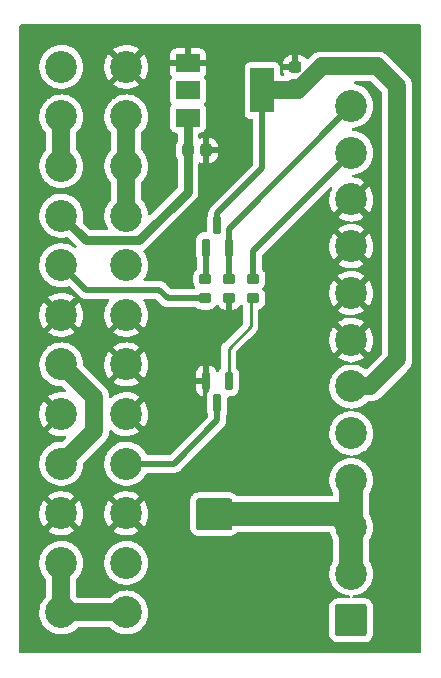
<source format=gbr>
%TF.GenerationSoftware,KiCad,Pcbnew,(6.0.7)*%
%TF.CreationDate,2023-01-08T15:22:18+11:00*%
%TF.ProjectId,Xbox_ATX,58626f78-5f41-4545-982e-6b696361645f,rev?*%
%TF.SameCoordinates,Original*%
%TF.FileFunction,Copper,L1,Top*%
%TF.FilePolarity,Positive*%
%FSLAX46Y46*%
G04 Gerber Fmt 4.6, Leading zero omitted, Abs format (unit mm)*
G04 Created by KiCad (PCBNEW (6.0.7)) date 2023-01-08 15:22:18*
%MOMM*%
%LPD*%
G01*
G04 APERTURE LIST*
G04 Aperture macros list*
%AMRoundRect*
0 Rectangle with rounded corners*
0 $1 Rounding radius*
0 $2 $3 $4 $5 $6 $7 $8 $9 X,Y pos of 4 corners*
0 Add a 4 corners polygon primitive as box body*
4,1,4,$2,$3,$4,$5,$6,$7,$8,$9,$2,$3,0*
0 Add four circle primitives for the rounded corners*
1,1,$1+$1,$2,$3*
1,1,$1+$1,$4,$5*
1,1,$1+$1,$6,$7*
1,1,$1+$1,$8,$9*
0 Add four rect primitives between the rounded corners*
20,1,$1+$1,$2,$3,$4,$5,0*
20,1,$1+$1,$4,$5,$6,$7,0*
20,1,$1+$1,$6,$7,$8,$9,0*
20,1,$1+$1,$8,$9,$2,$3,0*%
G04 Aperture macros list end*
%TA.AperFunction,ComponentPad*%
%ADD10C,2.700000*%
%TD*%
%TA.AperFunction,ComponentPad*%
%ADD11RoundRect,0.213608X1.136392X-1.136392X1.136392X1.136392X-1.136392X1.136392X-1.136392X-1.136392X0*%
%TD*%
%TA.AperFunction,SMDPad,CuDef*%
%ADD12RoundRect,0.250000X-0.250000X-0.275000X0.250000X-0.275000X0.250000X0.275000X-0.250000X0.275000X0*%
%TD*%
%TA.AperFunction,SMDPad,CuDef*%
%ADD13RoundRect,0.175000X-0.175000X0.625000X-0.175000X-0.625000X0.175000X-0.625000X0.175000X0.625000X0*%
%TD*%
%TA.AperFunction,SMDPad,CuDef*%
%ADD14RoundRect,0.225000X0.275000X-0.225000X0.275000X0.225000X-0.275000X0.225000X-0.275000X-0.225000X0*%
%TD*%
%TA.AperFunction,SMDPad,CuDef*%
%ADD15RoundRect,0.175000X0.175000X-0.625000X0.175000X0.625000X-0.175000X0.625000X-0.175000X-0.625000X0*%
%TD*%
%TA.AperFunction,SMDPad,CuDef*%
%ADD16RoundRect,0.250000X-0.275000X0.250000X-0.275000X-0.250000X0.275000X-0.250000X0.275000X0.250000X0*%
%TD*%
%TA.AperFunction,SMDPad,CuDef*%
%ADD17RoundRect,0.225000X-0.275000X0.225000X-0.275000X-0.225000X0.275000X-0.225000X0.275000X0.225000X0*%
%TD*%
%TA.AperFunction,SMDPad,CuDef*%
%ADD18R,2.000000X1.500000*%
%TD*%
%TA.AperFunction,SMDPad,CuDef*%
%ADD19R,2.000000X3.800000*%
%TD*%
%TA.AperFunction,ViaPad*%
%ADD20C,0.800000*%
%TD*%
%TA.AperFunction,Conductor*%
%ADD21C,0.250000*%
%TD*%
%TA.AperFunction,Conductor*%
%ADD22C,0.500000*%
%TD*%
%TA.AperFunction,Conductor*%
%ADD23C,1.500000*%
%TD*%
%TA.AperFunction,Conductor*%
%ADD24C,2.000000*%
%TD*%
%TA.AperFunction,Conductor*%
%ADD25C,0.750000*%
%TD*%
G04 APERTURE END LIST*
D10*
%TO.P,J2,12,Pin_12*%
%TO.N,/Power_ON*%
X173900000Y-80040000D03*
%TO.P,J2,11,Pin_11*%
%TO.N,/Power_OK*%
X173900000Y-84000000D03*
%TO.P,J2,10,Pin_10*%
%TO.N,GND*%
X173900000Y-87960000D03*
%TO.P,J2,9,Pin_9*%
X173900000Y-91920000D03*
%TO.P,J2,8,Pin_8*%
X173900000Y-95880000D03*
%TO.P,J2,7,Pin_7*%
X173900000Y-99840000D03*
%TO.P,J2,6,Pin_6*%
%TO.N,/3V3SB*%
X173900000Y-103800000D03*
%TO.P,J2,5,Pin_5*%
%TO.N,+3V3*%
X173900000Y-107760000D03*
%TO.P,J2,4,Pin_4*%
%TO.N,+5V*%
X173900000Y-111720000D03*
%TO.P,J2,3,Pin_3*%
X173900000Y-115680000D03*
%TO.P,J2,2,Pin_2*%
X173900000Y-119640000D03*
D11*
%TO.P,J2,1,Pin_1*%
%TO.N,+12V*%
X173900000Y-123600000D03*
%TD*%
D12*
%TO.P,C1,1*%
%TO.N,/5VSB*%
X160057800Y-83820000D03*
%TO.P,C1,2*%
%TO.N,GND*%
X161607800Y-83820000D03*
%TD*%
D10*
%TO.P,J1,1,+3.3V*%
%TO.N,+3V3*%
X149352000Y-122936000D03*
%TO.P,J1,2,+3.3V*%
X149352000Y-118736000D03*
%TO.P,J1,3,GND*%
%TO.N,GND*%
X149352000Y-114536000D03*
%TO.P,J1,4,+5V*%
%TO.N,+5V*%
X149352000Y-110336000D03*
%TO.P,J1,5,GND*%
%TO.N,GND*%
X149352000Y-106136000D03*
%TO.P,J1,6,+5V*%
%TO.N,+5V*%
X149352000Y-101936000D03*
%TO.P,J1,7,GND*%
%TO.N,GND*%
X149352000Y-97736000D03*
%TO.P,J1,8,PWR_OK*%
%TO.N,/PWR_OK*%
X149352000Y-93536000D03*
%TO.P,J1,9,+5VSB*%
%TO.N,/5VSB*%
X149352000Y-89336000D03*
%TO.P,J1,10,+12V*%
%TO.N,+12V*%
X149352000Y-85136000D03*
%TO.P,J1,11,+12V*%
X149352000Y-80936000D03*
%TO.P,J1,12,+3.3V*%
%TO.N,+3V3*%
X149352000Y-76736000D03*
%TO.P,J1,13,+3.3V*%
X154852000Y-122936000D03*
%TO.P,J1,14,-12V*%
%TO.N,unconnected-(J1-Pad14)*%
X154852000Y-118736000D03*
%TO.P,J1,15,GND*%
%TO.N,GND*%
X154852000Y-114536000D03*
%TO.P,J1,16,PS_ON#*%
%TO.N,/PS_ON*%
X154852000Y-110336000D03*
%TO.P,J1,17,GND*%
%TO.N,GND*%
X154852000Y-106136000D03*
%TO.P,J1,18,GND*%
X154852000Y-101936000D03*
%TO.P,J1,19,GND*%
X154852000Y-97736000D03*
%TO.P,J1,20,NC*%
%TO.N,unconnected-(J1-Pad20)*%
X154852000Y-93536000D03*
%TO.P,J1,21,+5V*%
%TO.N,+5V*%
X154852000Y-89336000D03*
%TO.P,J1,22,+5V*%
X154852000Y-85136000D03*
%TO.P,J1,23,+5V*%
X154852000Y-80936000D03*
%TO.P,J1,24,GND*%
%TO.N,GND*%
X154852000Y-76736000D03*
%TD*%
D13*
%TO.P,Q1,3,C*%
%TO.N,/PS_ON*%
X162560000Y-105204500D03*
%TO.P,Q1,2,E*%
%TO.N,GND*%
X161610000Y-103329500D03*
%TO.P,Q1,1,B*%
%TO.N,/PS_ON*%
X163510000Y-103329500D03*
%TD*%
D14*
%TO.P,R1,1*%
%TO.N,/PS_ON*%
X165608000Y-96329000D03*
%TO.P,R1,2*%
%TO.N,/Power_OK*%
X165608000Y-94679000D03*
%TD*%
D15*
%TO.P,Q2,3,C*%
%TO.N,/3V3SB*%
X162560000Y-90170000D03*
%TO.P,Q2,2,E*%
%TO.N,/Power_ON*%
X163510000Y-92045000D03*
%TO.P,Q2,1,B*%
%TO.N,/PWR_OK*%
X161610000Y-92045000D03*
%TD*%
D14*
%TO.P,R3,1*%
%TO.N,/PWR_OK*%
X161544000Y-96329000D03*
%TO.P,R3,2*%
X161544000Y-94679000D03*
%TD*%
D16*
%TO.P,C2,1*%
%TO.N,GND*%
X169164000Y-76725000D03*
%TO.P,C2,2*%
%TO.N,/3V3SB*%
X169164000Y-78275000D03*
%TD*%
D17*
%TO.P,R2,2*%
%TO.N,GND*%
X163576000Y-96329000D03*
%TO.P,R2,1*%
%TO.N,/Power_ON*%
X163576000Y-94679000D03*
%TD*%
D18*
%TO.P,U1,1,GND*%
%TO.N,GND*%
X160070000Y-76440000D03*
D19*
%TO.P,U1,2,VO*%
%TO.N,/3V3SB*%
X166370000Y-78740000D03*
D18*
X160070000Y-78740000D03*
%TO.P,U1,3,VI*%
%TO.N,/5VSB*%
X160070000Y-81040000D03*
%TD*%
D20*
%TO.N,+5V*%
X162255200Y-115468400D03*
X163271200Y-115468400D03*
X161290000Y-113741200D03*
X163271200Y-113741200D03*
X163271200Y-114604800D03*
X161239200Y-114604800D03*
X162255200Y-114604800D03*
X162255200Y-113741200D03*
X161239200Y-115468400D03*
%TD*%
D21*
%TO.N,/PS_ON*%
X165400000Y-96537000D02*
X165608000Y-96329000D01*
X165400000Y-98700000D02*
X165400000Y-96537000D01*
X163510000Y-100590000D02*
X165400000Y-98700000D01*
X163510000Y-103329500D02*
X163510000Y-100590000D01*
D22*
X162560000Y-106680000D02*
X162560000Y-105204500D01*
X154852000Y-110336000D02*
X158904000Y-110336000D01*
X158904000Y-110336000D02*
X162560000Y-106680000D01*
%TO.N,/Power_ON*%
X163510000Y-90430000D02*
X173900000Y-80040000D01*
X163510000Y-92045000D02*
X163510000Y-90430000D01*
D23*
%TO.N,/3V3SB*%
X175500000Y-103800000D02*
X173900000Y-103800000D01*
X177800000Y-78400000D02*
X177800000Y-101500000D01*
X176100000Y-76700000D02*
X177800000Y-78400000D01*
X171411056Y-76700000D02*
X176100000Y-76700000D01*
X169371056Y-78740000D02*
X171411056Y-76700000D01*
X177800000Y-101500000D02*
X175500000Y-103800000D01*
X166370000Y-78740000D02*
X169371056Y-78740000D01*
D22*
X166370000Y-78486000D02*
X166116000Y-78740000D01*
D24*
%TO.N,+5V*%
X172820000Y-114600000D02*
X162260000Y-114600000D01*
X162260000Y-114600000D02*
X162255200Y-114604800D01*
X173900000Y-115680000D02*
X172820000Y-114600000D01*
X173900000Y-111720000D02*
X173900000Y-119640000D01*
D22*
%TO.N,/Power_OK*%
X165608000Y-92292000D02*
X173900000Y-84000000D01*
X165608000Y-94679000D02*
X165608000Y-92292000D01*
%TO.N,/Power_ON*%
X163510000Y-94745000D02*
X163510000Y-92377500D01*
%TO.N,/PWR_OK*%
X151447000Y-95631000D02*
X157657800Y-95631000D01*
X149352000Y-93536000D02*
X151447000Y-95631000D01*
X157657800Y-95631000D02*
X158355800Y-96329000D01*
X158355800Y-96329000D02*
X161544000Y-96329000D01*
D21*
X161610000Y-94613000D02*
X161544000Y-94679000D01*
D22*
X161610000Y-92045000D02*
X161610000Y-94613000D01*
D25*
%TO.N,/5VSB*%
X151456000Y-91440000D02*
X149352000Y-89336000D01*
X155956000Y-91440000D02*
X160070000Y-87326000D01*
X160070000Y-84118000D02*
X160070000Y-81040000D01*
X155448000Y-91440000D02*
X151456000Y-91440000D01*
X155194000Y-91440000D02*
X155956000Y-91440000D01*
X160070000Y-87326000D02*
X160070000Y-83108000D01*
D23*
%TO.N,+5V*%
X152146000Y-104730000D02*
X149352000Y-101936000D01*
X152146000Y-107542000D02*
X152146000Y-104730000D01*
X149352000Y-110336000D02*
X152146000Y-107542000D01*
X154852000Y-80936000D02*
X154852000Y-89336000D01*
D22*
%TO.N,/3V3SB*%
X166370000Y-78486000D02*
X166370000Y-85344000D01*
X166370000Y-85344000D02*
X162560000Y-89154000D01*
X162560000Y-89154000D02*
X162560000Y-90170000D01*
D23*
%TO.N,+3V3*%
X149352000Y-122936000D02*
X149352000Y-118736000D01*
X154852000Y-122936000D02*
X149352000Y-122936000D01*
%TO.N,+12V*%
X149352000Y-80936000D02*
X149352000Y-85136000D01*
%TD*%
%TA.AperFunction,Conductor*%
%TO.N,+5V*%
G36*
X163721321Y-113304002D02*
G01*
X163767814Y-113357658D01*
X163779200Y-113410000D01*
X163779200Y-115799600D01*
X163759198Y-115867721D01*
X163705542Y-115914214D01*
X163653200Y-115925600D01*
X160908000Y-115925600D01*
X160839879Y-115905598D01*
X160793386Y-115851942D01*
X160782000Y-115799600D01*
X160782000Y-113410000D01*
X160802002Y-113341879D01*
X160855658Y-113295386D01*
X160908000Y-113284000D01*
X163653200Y-113284000D01*
X163721321Y-113304002D01*
G37*
%TD.AperFunction*%
%TD*%
%TA.AperFunction,Conductor*%
%TO.N,GND*%
G36*
X179773621Y-73172502D02*
G01*
X179820114Y-73226158D01*
X179831500Y-73278500D01*
X179831500Y-126238500D01*
X179811498Y-126306621D01*
X179757842Y-126353114D01*
X179705500Y-126364500D01*
X145922500Y-126364500D01*
X145854379Y-126344498D01*
X145807886Y-126290842D01*
X145796500Y-126238500D01*
X145796500Y-122877474D01*
X147489672Y-122877474D01*
X147500005Y-123140462D01*
X147547290Y-123399371D01*
X147630584Y-123649034D01*
X147632577Y-123653022D01*
X147709950Y-123807869D01*
X147748225Y-123884470D01*
X147897865Y-124100982D01*
X148076520Y-124294249D01*
X148280623Y-124460415D01*
X148284431Y-124462708D01*
X148284433Y-124462709D01*
X148502288Y-124593868D01*
X148502292Y-124593870D01*
X148506104Y-124596165D01*
X148642026Y-124653721D01*
X148744359Y-124697054D01*
X148744364Y-124697056D01*
X148748462Y-124698791D01*
X148752760Y-124699930D01*
X148752764Y-124699932D01*
X148875662Y-124732518D01*
X149002862Y-124766244D01*
X149264229Y-124797179D01*
X149527347Y-124790978D01*
X149531745Y-124790246D01*
X149782576Y-124748496D01*
X149782580Y-124748495D01*
X149786966Y-124747765D01*
X149791207Y-124746424D01*
X149791210Y-124746423D01*
X150033661Y-124669746D01*
X150033663Y-124669745D01*
X150037907Y-124668403D01*
X150041918Y-124666477D01*
X150041923Y-124666475D01*
X150271143Y-124556405D01*
X150271144Y-124556404D01*
X150275162Y-124554475D01*
X150385187Y-124480958D01*
X150490289Y-124410732D01*
X150490293Y-124410729D01*
X150493997Y-124408254D01*
X150497314Y-124405283D01*
X150497318Y-124405280D01*
X150686730Y-124235628D01*
X150690047Y-124232657D01*
X150690331Y-124232319D01*
X150751226Y-124197815D01*
X150779940Y-124194500D01*
X153429199Y-124194500D01*
X153497320Y-124214502D01*
X153521724Y-124234971D01*
X153576520Y-124294249D01*
X153780623Y-124460415D01*
X153784431Y-124462708D01*
X153784433Y-124462709D01*
X154002288Y-124593868D01*
X154002292Y-124593870D01*
X154006104Y-124596165D01*
X154142026Y-124653721D01*
X154244359Y-124697054D01*
X154244364Y-124697056D01*
X154248462Y-124698791D01*
X154252760Y-124699930D01*
X154252764Y-124699932D01*
X154375662Y-124732518D01*
X154502862Y-124766244D01*
X154764229Y-124797179D01*
X155027347Y-124790978D01*
X155031745Y-124790246D01*
X155282576Y-124748496D01*
X155282580Y-124748495D01*
X155286966Y-124747765D01*
X155291207Y-124746424D01*
X155291210Y-124746423D01*
X155533661Y-124669746D01*
X155533663Y-124669745D01*
X155537907Y-124668403D01*
X155541918Y-124666477D01*
X155541923Y-124666475D01*
X155771143Y-124556405D01*
X155771144Y-124556404D01*
X155775162Y-124554475D01*
X155885187Y-124480958D01*
X155990289Y-124410732D01*
X155990293Y-124410729D01*
X155993997Y-124408254D01*
X155997314Y-124405283D01*
X155997318Y-124405280D01*
X156186729Y-124235629D01*
X156186730Y-124235628D01*
X156190047Y-124232657D01*
X156359398Y-124031189D01*
X156498674Y-123807869D01*
X156605093Y-123567152D01*
X156676534Y-123313843D01*
X156681757Y-123274955D01*
X156711143Y-123056176D01*
X156711144Y-123056168D01*
X156711570Y-123052994D01*
X156715247Y-122936000D01*
X156696659Y-122673466D01*
X156685167Y-122620085D01*
X156642201Y-122420523D01*
X156641264Y-122416171D01*
X156622218Y-122364543D01*
X156551710Y-122173424D01*
X156550169Y-122169247D01*
X156425191Y-121937622D01*
X156268824Y-121725918D01*
X156251810Y-121708634D01*
X156142474Y-121597568D01*
X156084187Y-121538358D01*
X156080647Y-121535657D01*
X156080641Y-121535651D01*
X155878506Y-121381386D01*
X155878502Y-121381383D01*
X155874965Y-121378684D01*
X155645332Y-121250084D01*
X155399870Y-121155122D01*
X155395545Y-121154119D01*
X155395540Y-121154118D01*
X155254794Y-121121495D01*
X155143476Y-121095693D01*
X154881267Y-121072983D01*
X154876832Y-121073227D01*
X154876828Y-121073227D01*
X154622916Y-121087200D01*
X154622909Y-121087201D01*
X154618473Y-121087445D01*
X154508701Y-121109280D01*
X154364711Y-121137921D01*
X154364706Y-121137922D01*
X154360339Y-121138791D01*
X154356136Y-121140267D01*
X154116223Y-121224518D01*
X154116220Y-121224519D01*
X154112015Y-121225996D01*
X154108062Y-121228049D01*
X154108056Y-121228052D01*
X154045775Y-121260405D01*
X153878456Y-121347321D01*
X153874841Y-121349904D01*
X153874835Y-121349908D01*
X153799237Y-121403932D01*
X153664322Y-121500344D01*
X153661095Y-121503422D01*
X153661093Y-121503424D01*
X153515125Y-121642670D01*
X153452029Y-121675217D01*
X153428154Y-121677500D01*
X150773932Y-121677500D01*
X150705811Y-121657498D01*
X150684144Y-121639897D01*
X150646707Y-121601868D01*
X150613173Y-121539292D01*
X150610500Y-121513476D01*
X150610500Y-120160202D01*
X150630502Y-120092081D01*
X150652435Y-120066345D01*
X150686729Y-120035629D01*
X150686730Y-120035628D01*
X150690047Y-120032657D01*
X150859398Y-119831189D01*
X150998674Y-119607869D01*
X151105093Y-119367152D01*
X151176534Y-119113843D01*
X151183753Y-119060099D01*
X151211143Y-118856176D01*
X151211144Y-118856168D01*
X151211570Y-118852994D01*
X151211671Y-118849783D01*
X151215146Y-118739222D01*
X151215146Y-118739217D01*
X151215247Y-118736000D01*
X151211103Y-118677474D01*
X152989672Y-118677474D01*
X153000005Y-118940462D01*
X153047290Y-119199371D01*
X153130584Y-119449034D01*
X153132577Y-119453022D01*
X153226005Y-119640000D01*
X153248225Y-119684470D01*
X153397865Y-119900982D01*
X153576520Y-120094249D01*
X153780623Y-120260415D01*
X153784431Y-120262708D01*
X153784433Y-120262709D01*
X154002288Y-120393868D01*
X154002292Y-120393870D01*
X154006104Y-120396165D01*
X154142026Y-120453721D01*
X154244359Y-120497054D01*
X154244364Y-120497056D01*
X154248462Y-120498791D01*
X154252760Y-120499930D01*
X154252764Y-120499932D01*
X154375662Y-120532517D01*
X154502862Y-120566244D01*
X154764229Y-120597179D01*
X155027347Y-120590978D01*
X155042415Y-120588470D01*
X155282576Y-120548496D01*
X155282580Y-120548495D01*
X155286966Y-120547765D01*
X155291207Y-120546424D01*
X155291210Y-120546423D01*
X155533661Y-120469746D01*
X155533663Y-120469745D01*
X155537907Y-120468403D01*
X155541918Y-120466477D01*
X155541923Y-120466475D01*
X155771143Y-120356405D01*
X155771144Y-120356404D01*
X155775162Y-120354475D01*
X155906274Y-120266869D01*
X155990289Y-120210732D01*
X155990293Y-120210729D01*
X155993997Y-120208254D01*
X155997314Y-120205283D01*
X155997318Y-120205280D01*
X156186729Y-120035629D01*
X156186730Y-120035628D01*
X156190047Y-120032657D01*
X156359398Y-119831189D01*
X156498674Y-119607869D01*
X156605093Y-119367152D01*
X156676534Y-119113843D01*
X156683753Y-119060099D01*
X156711143Y-118856176D01*
X156711144Y-118856168D01*
X156711570Y-118852994D01*
X156711671Y-118849783D01*
X156715146Y-118739222D01*
X156715146Y-118739217D01*
X156715247Y-118736000D01*
X156696659Y-118473466D01*
X156685167Y-118420085D01*
X156642201Y-118220523D01*
X156641264Y-118216171D01*
X156622218Y-118164543D01*
X156551710Y-117973424D01*
X156550169Y-117969247D01*
X156425191Y-117737622D01*
X156268824Y-117525918D01*
X156084187Y-117338358D01*
X156080647Y-117335657D01*
X156080641Y-117335651D01*
X155878506Y-117181386D01*
X155878502Y-117181383D01*
X155874965Y-117178684D01*
X155645332Y-117050084D01*
X155399870Y-116955122D01*
X155395545Y-116954119D01*
X155395540Y-116954118D01*
X155254794Y-116921495D01*
X155143476Y-116895693D01*
X154881267Y-116872983D01*
X154876832Y-116873227D01*
X154876828Y-116873227D01*
X154622916Y-116887200D01*
X154622909Y-116887201D01*
X154618473Y-116887445D01*
X154490369Y-116912927D01*
X154364711Y-116937921D01*
X154364706Y-116937922D01*
X154360339Y-116938791D01*
X154356136Y-116940267D01*
X154116223Y-117024518D01*
X154116220Y-117024519D01*
X154112015Y-117025996D01*
X154108062Y-117028049D01*
X154108056Y-117028052D01*
X153976615Y-117096331D01*
X153878456Y-117147321D01*
X153874841Y-117149904D01*
X153874835Y-117149908D01*
X153771585Y-117223692D01*
X153664322Y-117300344D01*
X153661095Y-117303422D01*
X153661093Y-117303424D01*
X153627311Y-117335651D01*
X153473885Y-117482011D01*
X153310945Y-117688700D01*
X153282529Y-117737622D01*
X153180987Y-117912438D01*
X153180984Y-117912444D01*
X153178753Y-117916285D01*
X153079947Y-118160225D01*
X153016498Y-118415654D01*
X152989672Y-118677474D01*
X151211103Y-118677474D01*
X151196659Y-118473466D01*
X151185167Y-118420085D01*
X151142201Y-118220523D01*
X151141264Y-118216171D01*
X151122218Y-118164543D01*
X151051710Y-117973424D01*
X151050169Y-117969247D01*
X150925191Y-117737622D01*
X150768824Y-117525918D01*
X150584187Y-117338358D01*
X150580647Y-117335657D01*
X150580641Y-117335651D01*
X150378506Y-117181386D01*
X150378502Y-117181383D01*
X150374965Y-117178684D01*
X150145332Y-117050084D01*
X149899870Y-116955122D01*
X149895545Y-116954119D01*
X149895540Y-116954118D01*
X149754794Y-116921495D01*
X149643476Y-116895693D01*
X149381267Y-116872983D01*
X149376832Y-116873227D01*
X149376828Y-116873227D01*
X149122916Y-116887200D01*
X149122909Y-116887201D01*
X149118473Y-116887445D01*
X148990369Y-116912927D01*
X148864711Y-116937921D01*
X148864706Y-116937922D01*
X148860339Y-116938791D01*
X148856136Y-116940267D01*
X148616223Y-117024518D01*
X148616220Y-117024519D01*
X148612015Y-117025996D01*
X148608062Y-117028049D01*
X148608056Y-117028052D01*
X148476615Y-117096331D01*
X148378456Y-117147321D01*
X148374841Y-117149904D01*
X148374835Y-117149908D01*
X148271585Y-117223692D01*
X148164322Y-117300344D01*
X148161095Y-117303422D01*
X148161093Y-117303424D01*
X148127311Y-117335651D01*
X147973885Y-117482011D01*
X147810945Y-117688700D01*
X147782529Y-117737622D01*
X147680987Y-117912438D01*
X147680984Y-117912444D01*
X147678753Y-117916285D01*
X147579947Y-118160225D01*
X147516498Y-118415654D01*
X147489672Y-118677474D01*
X147500005Y-118940462D01*
X147547290Y-119199371D01*
X147630584Y-119449034D01*
X147632577Y-119453022D01*
X147726005Y-119640000D01*
X147748225Y-119684470D01*
X147897865Y-119900982D01*
X148001816Y-120013435D01*
X148060024Y-120076404D01*
X148091577Y-120140004D01*
X148093500Y-120161933D01*
X148093500Y-121513966D01*
X148073498Y-121582087D01*
X148054474Y-121605134D01*
X147973885Y-121682011D01*
X147810945Y-121888700D01*
X147782529Y-121937622D01*
X147680987Y-122112438D01*
X147680984Y-122112444D01*
X147678753Y-122116285D01*
X147677083Y-122120408D01*
X147659710Y-122163301D01*
X147579947Y-122360225D01*
X147578876Y-122364538D01*
X147578874Y-122364543D01*
X147564969Y-122420523D01*
X147516498Y-122615654D01*
X147489672Y-122877474D01*
X145796500Y-122877474D01*
X145796500Y-116018263D01*
X148234904Y-116018263D01*
X148242294Y-116028566D01*
X148277455Y-116057192D01*
X148284731Y-116062305D01*
X148502514Y-116193421D01*
X148510428Y-116197454D01*
X148744523Y-116296581D01*
X148752928Y-116299458D01*
X148998650Y-116364610D01*
X149007382Y-116366276D01*
X149259835Y-116396155D01*
X149268703Y-116396573D01*
X149522843Y-116390584D01*
X149531698Y-116389747D01*
X149782459Y-116348009D01*
X149791093Y-116345936D01*
X150033477Y-116269280D01*
X150041739Y-116266009D01*
X150270895Y-116155970D01*
X150278619Y-116151564D01*
X150461218Y-116029556D01*
X150469506Y-116019638D01*
X150468802Y-116018263D01*
X153734904Y-116018263D01*
X153742294Y-116028566D01*
X153777455Y-116057192D01*
X153784731Y-116062305D01*
X154002514Y-116193421D01*
X154010428Y-116197454D01*
X154244523Y-116296581D01*
X154252928Y-116299458D01*
X154498650Y-116364610D01*
X154507382Y-116366276D01*
X154759835Y-116396155D01*
X154768703Y-116396573D01*
X155022843Y-116390584D01*
X155031698Y-116389747D01*
X155282459Y-116348009D01*
X155291093Y-116345936D01*
X155533477Y-116269280D01*
X155541739Y-116266009D01*
X155770895Y-116155970D01*
X155778619Y-116151564D01*
X155961218Y-116029556D01*
X155969506Y-116019638D01*
X155962249Y-116005459D01*
X154864812Y-114908022D01*
X154850868Y-114900408D01*
X154849035Y-114900539D01*
X154842420Y-114904790D01*
X153742070Y-116005140D01*
X153734904Y-116018263D01*
X150468802Y-116018263D01*
X150462249Y-116005459D01*
X149364812Y-114908022D01*
X149350868Y-114900408D01*
X149349035Y-114900539D01*
X149342420Y-114904790D01*
X148242070Y-116005140D01*
X148234904Y-116018263D01*
X145796500Y-116018263D01*
X145796500Y-114481942D01*
X147490348Y-114481942D01*
X147500328Y-114735960D01*
X147501302Y-114744784D01*
X147546978Y-114994875D01*
X147549182Y-115003462D01*
X147629636Y-115244613D01*
X147633040Y-115252831D01*
X147746667Y-115480235D01*
X147751185Y-115487874D01*
X147859294Y-115644296D01*
X147869612Y-115652647D01*
X147883267Y-115645523D01*
X148979978Y-114548812D01*
X148986356Y-114537132D01*
X149716408Y-114537132D01*
X149716539Y-114538965D01*
X149720790Y-114545580D01*
X150822027Y-115646817D01*
X150835428Y-115654135D01*
X150845329Y-115647149D01*
X150856127Y-115634305D01*
X150861353Y-115627110D01*
X150995867Y-115411425D01*
X151000038Y-115403547D01*
X151102817Y-115171065D01*
X151105833Y-115162688D01*
X151174832Y-114918034D01*
X151176636Y-114909326D01*
X151210643Y-114656145D01*
X151211171Y-114649752D01*
X151214645Y-114539222D01*
X151214518Y-114532779D01*
X151210919Y-114481942D01*
X152990348Y-114481942D01*
X153000328Y-114735960D01*
X153001302Y-114744784D01*
X153046978Y-114994875D01*
X153049182Y-115003462D01*
X153129636Y-115244613D01*
X153133040Y-115252831D01*
X153246667Y-115480235D01*
X153251185Y-115487874D01*
X153359294Y-115644296D01*
X153369612Y-115652647D01*
X153383267Y-115645523D01*
X154479978Y-114548812D01*
X154486356Y-114537132D01*
X155216408Y-114537132D01*
X155216539Y-114538965D01*
X155220790Y-114545580D01*
X156322027Y-115646817D01*
X156335428Y-115654135D01*
X156345329Y-115647149D01*
X156356127Y-115634305D01*
X156361353Y-115627110D01*
X156495867Y-115411425D01*
X156500038Y-115403547D01*
X156602817Y-115171065D01*
X156605833Y-115162688D01*
X156674832Y-114918034D01*
X156676636Y-114909326D01*
X156710643Y-114656145D01*
X156711171Y-114649752D01*
X156714645Y-114539222D01*
X156714518Y-114532779D01*
X156696478Y-114277986D01*
X156695225Y-114269183D01*
X156641720Y-114020662D01*
X156639241Y-114012129D01*
X156551254Y-113773630D01*
X156547599Y-113765535D01*
X156426881Y-113541807D01*
X156422122Y-113534309D01*
X156344004Y-113428545D01*
X156332876Y-113420103D01*
X156320283Y-113426927D01*
X155224022Y-114523188D01*
X155216408Y-114537132D01*
X154486356Y-114537132D01*
X154487592Y-114534868D01*
X154487461Y-114533035D01*
X154483210Y-114526420D01*
X153383423Y-113426633D01*
X153370582Y-113419621D01*
X153359893Y-113427416D01*
X153314115Y-113485485D01*
X153309122Y-113492833D01*
X153181440Y-113712655D01*
X153177532Y-113720629D01*
X153082097Y-113956247D01*
X153079348Y-113964709D01*
X153018067Y-114211413D01*
X153016538Y-114220174D01*
X152990627Y-114473059D01*
X152990348Y-114481942D01*
X151210919Y-114481942D01*
X151196478Y-114277986D01*
X151195225Y-114269183D01*
X151141720Y-114020662D01*
X151139241Y-114012129D01*
X151051254Y-113773630D01*
X151047599Y-113765535D01*
X150926881Y-113541807D01*
X150922122Y-113534309D01*
X150844004Y-113428545D01*
X150832876Y-113420103D01*
X150820283Y-113426927D01*
X149724022Y-114523188D01*
X149716408Y-114537132D01*
X148986356Y-114537132D01*
X148987592Y-114534868D01*
X148987461Y-114533035D01*
X148983210Y-114526420D01*
X147883423Y-113426633D01*
X147870582Y-113419621D01*
X147859893Y-113427416D01*
X147814115Y-113485485D01*
X147809122Y-113492833D01*
X147681440Y-113712655D01*
X147677532Y-113720629D01*
X147582097Y-113956247D01*
X147579348Y-113964709D01*
X147518067Y-114211413D01*
X147516538Y-114220174D01*
X147490627Y-114473059D01*
X147490348Y-114481942D01*
X145796500Y-114481942D01*
X145796500Y-113054533D01*
X148235889Y-113054533D01*
X148242869Y-113067659D01*
X149339188Y-114163978D01*
X149353132Y-114171592D01*
X149354965Y-114171461D01*
X149361580Y-114167210D01*
X150461129Y-113067661D01*
X150467983Y-113055109D01*
X150467556Y-113054533D01*
X153735889Y-113054533D01*
X153742869Y-113067659D01*
X154839188Y-114163978D01*
X154853132Y-114171592D01*
X154854965Y-114171461D01*
X154861580Y-114167210D01*
X155961129Y-113067661D01*
X155967983Y-113055109D01*
X155959776Y-113044039D01*
X155878230Y-112981805D01*
X155870801Y-112976925D01*
X155649005Y-112852713D01*
X155640971Y-112848932D01*
X155403865Y-112757203D01*
X155395392Y-112754596D01*
X155147736Y-112697193D01*
X155138960Y-112695803D01*
X154885691Y-112673868D01*
X154876820Y-112673728D01*
X154622976Y-112687698D01*
X154614174Y-112688810D01*
X154364832Y-112738408D01*
X154356279Y-112740748D01*
X154116421Y-112824978D01*
X154108255Y-112828512D01*
X153882669Y-112945696D01*
X153875097Y-112950335D01*
X153744292Y-113043810D01*
X153735889Y-113054533D01*
X150467556Y-113054533D01*
X150459776Y-113044039D01*
X150378230Y-112981805D01*
X150370801Y-112976925D01*
X150149005Y-112852713D01*
X150140971Y-112848932D01*
X149903865Y-112757203D01*
X149895392Y-112754596D01*
X149647736Y-112697193D01*
X149638960Y-112695803D01*
X149385691Y-112673868D01*
X149376820Y-112673728D01*
X149122976Y-112687698D01*
X149114174Y-112688810D01*
X148864832Y-112738408D01*
X148856279Y-112740748D01*
X148616421Y-112824978D01*
X148608255Y-112828512D01*
X148382669Y-112945696D01*
X148375097Y-112950335D01*
X148244292Y-113043810D01*
X148235889Y-113054533D01*
X145796500Y-113054533D01*
X145796500Y-110277474D01*
X147489672Y-110277474D01*
X147500005Y-110540462D01*
X147547290Y-110799371D01*
X147548699Y-110803594D01*
X147625104Y-111032607D01*
X147630584Y-111049034D01*
X147655354Y-111098606D01*
X147709950Y-111207869D01*
X147748225Y-111284470D01*
X147897865Y-111500982D01*
X148076520Y-111694249D01*
X148280623Y-111860415D01*
X148284431Y-111862708D01*
X148284433Y-111862709D01*
X148502288Y-111993868D01*
X148502292Y-111993870D01*
X148506104Y-111996165D01*
X148642026Y-112053721D01*
X148744359Y-112097054D01*
X148744364Y-112097056D01*
X148748462Y-112098791D01*
X148752760Y-112099930D01*
X148752764Y-112099932D01*
X148875662Y-112132517D01*
X149002862Y-112166244D01*
X149264229Y-112197179D01*
X149527347Y-112190978D01*
X149547678Y-112187594D01*
X149782576Y-112148496D01*
X149782580Y-112148495D01*
X149786966Y-112147765D01*
X149791207Y-112146424D01*
X149791210Y-112146423D01*
X150033661Y-112069746D01*
X150033663Y-112069745D01*
X150037907Y-112068403D01*
X150041918Y-112066477D01*
X150041923Y-112066475D01*
X150271143Y-111956405D01*
X150271144Y-111956404D01*
X150275162Y-111954475D01*
X150385187Y-111880958D01*
X150490289Y-111810732D01*
X150490293Y-111810729D01*
X150493997Y-111808254D01*
X150497314Y-111805283D01*
X150497318Y-111805280D01*
X150686729Y-111635629D01*
X150686730Y-111635628D01*
X150690047Y-111632657D01*
X150859398Y-111431189D01*
X150881762Y-111395331D01*
X150996320Y-111211643D01*
X150998674Y-111207869D01*
X151002078Y-111200171D01*
X151103295Y-110971219D01*
X151105093Y-110967152D01*
X151176534Y-110713843D01*
X151182530Y-110669204D01*
X151211143Y-110456176D01*
X151211144Y-110456168D01*
X151211570Y-110452994D01*
X151215247Y-110336000D01*
X151213788Y-110315397D01*
X151228931Y-110246036D01*
X151250379Y-110217408D01*
X152971259Y-108496528D01*
X152983651Y-108485660D01*
X152996843Y-108475538D01*
X152996851Y-108475531D01*
X153001292Y-108472123D01*
X153056168Y-108411815D01*
X153060267Y-108407520D01*
X153076198Y-108391589D01*
X153092934Y-108371573D01*
X153096379Y-108367624D01*
X153148703Y-108310121D01*
X153148706Y-108310117D01*
X153152485Y-108305964D01*
X153162013Y-108290775D01*
X153172091Y-108276903D01*
X153179992Y-108267455D01*
X153179997Y-108267448D01*
X153183594Y-108263146D01*
X153224887Y-108190752D01*
X153227592Y-108186232D01*
X153268886Y-108120404D01*
X153268888Y-108120401D01*
X153271864Y-108115656D01*
X153278552Y-108099021D01*
X153286012Y-108083589D01*
X153292120Y-108072881D01*
X153292124Y-108072872D01*
X153294899Y-108068007D01*
X153296768Y-108062730D01*
X153296770Y-108062725D01*
X153322715Y-107989458D01*
X153324580Y-107984522D01*
X153353566Y-107912416D01*
X153355656Y-107907217D01*
X153359294Y-107889650D01*
X153363899Y-107873156D01*
X153369889Y-107856241D01*
X153383355Y-107774009D01*
X153384317Y-107768819D01*
X153400277Y-107691754D01*
X153400278Y-107691750D01*
X153401213Y-107687233D01*
X153402815Y-107659452D01*
X153404262Y-107646347D01*
X153405286Y-107640090D01*
X153405286Y-107640083D01*
X153406194Y-107634542D01*
X153405994Y-107621795D01*
X153424924Y-107553369D01*
X153477844Y-107506040D01*
X153547951Y-107494834D01*
X153611529Y-107522106D01*
X153777455Y-107657191D01*
X153784731Y-107662305D01*
X154002514Y-107793421D01*
X154010428Y-107797454D01*
X154244523Y-107896581D01*
X154252928Y-107899458D01*
X154498650Y-107964610D01*
X154507382Y-107966276D01*
X154759835Y-107996155D01*
X154768703Y-107996573D01*
X155022843Y-107990584D01*
X155031698Y-107989747D01*
X155282459Y-107948009D01*
X155291093Y-107945936D01*
X155533477Y-107869280D01*
X155541739Y-107866009D01*
X155770895Y-107755970D01*
X155778619Y-107751564D01*
X155961218Y-107629556D01*
X155969506Y-107619638D01*
X155962249Y-107605459D01*
X154581885Y-106225095D01*
X154547859Y-106162783D01*
X154549694Y-106137132D01*
X155216408Y-106137132D01*
X155216539Y-106138965D01*
X155220790Y-106145580D01*
X156322027Y-107246817D01*
X156335428Y-107254135D01*
X156345329Y-107247149D01*
X156356127Y-107234305D01*
X156361353Y-107227110D01*
X156495867Y-107011425D01*
X156500038Y-107003547D01*
X156602817Y-106771065D01*
X156605833Y-106762688D01*
X156674832Y-106518034D01*
X156676636Y-106509326D01*
X156710643Y-106256145D01*
X156711171Y-106249752D01*
X156714645Y-106139222D01*
X156714518Y-106132779D01*
X156696478Y-105877986D01*
X156695225Y-105869183D01*
X156641720Y-105620662D01*
X156639241Y-105612129D01*
X156551254Y-105373630D01*
X156547599Y-105365535D01*
X156426881Y-105141807D01*
X156422122Y-105134309D01*
X156344004Y-105028545D01*
X156332876Y-105020103D01*
X156320283Y-105026927D01*
X155224022Y-106123188D01*
X155216408Y-106137132D01*
X154549694Y-106137132D01*
X154552924Y-106091968D01*
X154581885Y-106046905D01*
X155961129Y-104667661D01*
X155967983Y-104655109D01*
X155959776Y-104644039D01*
X155878230Y-104581805D01*
X155870801Y-104576925D01*
X155649005Y-104452713D01*
X155640971Y-104448932D01*
X155403865Y-104357203D01*
X155395392Y-104354596D01*
X155147736Y-104297193D01*
X155138960Y-104295803D01*
X154885691Y-104273868D01*
X154876820Y-104273728D01*
X154622976Y-104287698D01*
X154614174Y-104288810D01*
X154364832Y-104338408D01*
X154356279Y-104340748D01*
X154116421Y-104424978D01*
X154108255Y-104428512D01*
X153882669Y-104545696D01*
X153875097Y-104550335D01*
X153668263Y-104698142D01*
X153661413Y-104703808D01*
X153616415Y-104746734D01*
X153553319Y-104779281D01*
X153482642Y-104772549D01*
X153426825Y-104728675D01*
X153403943Y-104666764D01*
X153402180Y-104646999D01*
X153401823Y-104641760D01*
X153399091Y-104583832D01*
X153397897Y-104558512D01*
X153393892Y-104541023D01*
X153391212Y-104524104D01*
X153390580Y-104517022D01*
X153389617Y-104506238D01*
X153387981Y-104500258D01*
X153367631Y-104425870D01*
X153366345Y-104420752D01*
X153348994Y-104344997D01*
X153347742Y-104339530D01*
X153340707Y-104323037D01*
X153335072Y-104306855D01*
X153331820Y-104294967D01*
X153331817Y-104294958D01*
X153330337Y-104289549D01*
X153327922Y-104284486D01*
X153327918Y-104284475D01*
X153294466Y-104214343D01*
X153292293Y-104209532D01*
X153261803Y-104138048D01*
X153259604Y-104132892D01*
X153249756Y-104117900D01*
X153241344Y-104102971D01*
X153233622Y-104086782D01*
X153184996Y-104019111D01*
X153182013Y-104014771D01*
X153176376Y-104006190D01*
X160752000Y-104006190D01*
X160752266Y-104011979D01*
X160757893Y-104073218D01*
X160760506Y-104086265D01*
X160805668Y-104230379D01*
X160811875Y-104244125D01*
X160889639Y-104372530D01*
X160898952Y-104384407D01*
X161005093Y-104490548D01*
X161016970Y-104499861D01*
X161145375Y-104577625D01*
X161159121Y-104583832D01*
X161303234Y-104628994D01*
X161316283Y-104631607D01*
X161337961Y-104633599D01*
X161352836Y-104630678D01*
X161356000Y-104618784D01*
X161356000Y-103601615D01*
X161351525Y-103586376D01*
X161350135Y-103585171D01*
X161342452Y-103583500D01*
X160770115Y-103583500D01*
X160754876Y-103587975D01*
X160753671Y-103589365D01*
X160752000Y-103597048D01*
X160752000Y-104006190D01*
X153176376Y-104006190D01*
X153138805Y-103948992D01*
X153138801Y-103948987D01*
X153136265Y-103945126D01*
X153117751Y-103924346D01*
X153109506Y-103914055D01*
X153105807Y-103908907D01*
X153105803Y-103908903D01*
X153102529Y-103904346D01*
X153025777Y-103829968D01*
X153024367Y-103828579D01*
X152614051Y-103418263D01*
X153734904Y-103418263D01*
X153742294Y-103428566D01*
X153777455Y-103457192D01*
X153784731Y-103462305D01*
X154002514Y-103593421D01*
X154010428Y-103597454D01*
X154244523Y-103696581D01*
X154252928Y-103699458D01*
X154498650Y-103764610D01*
X154507382Y-103766276D01*
X154759835Y-103796155D01*
X154768703Y-103796573D01*
X155022843Y-103790584D01*
X155031698Y-103789747D01*
X155282459Y-103748009D01*
X155291093Y-103745936D01*
X155533477Y-103669280D01*
X155541739Y-103666009D01*
X155770895Y-103555970D01*
X155778619Y-103551564D01*
X155961218Y-103429556D01*
X155969506Y-103419638D01*
X155962249Y-103405459D01*
X155614175Y-103057385D01*
X160752000Y-103057385D01*
X160756475Y-103072624D01*
X160757865Y-103073829D01*
X160765548Y-103075500D01*
X161337885Y-103075500D01*
X161353124Y-103071025D01*
X161354329Y-103069635D01*
X161356000Y-103061952D01*
X161356000Y-102041858D01*
X161351729Y-102027313D01*
X161339595Y-102025250D01*
X161316283Y-102027393D01*
X161303234Y-102030006D01*
X161159121Y-102075168D01*
X161145375Y-102081375D01*
X161016970Y-102159139D01*
X161005093Y-102168452D01*
X160898952Y-102274593D01*
X160889639Y-102286470D01*
X160811875Y-102414875D01*
X160805668Y-102428621D01*
X160760506Y-102572735D01*
X160757893Y-102585782D01*
X160752266Y-102647021D01*
X160752000Y-102652810D01*
X160752000Y-103057385D01*
X155614175Y-103057385D01*
X154864812Y-102308022D01*
X154850868Y-102300408D01*
X154849035Y-102300539D01*
X154842420Y-102304790D01*
X153742070Y-103405140D01*
X153734904Y-103418263D01*
X152614051Y-103418263D01*
X151251260Y-102055472D01*
X151217234Y-101993160D01*
X151214417Y-101962420D01*
X151215146Y-101939223D01*
X151215146Y-101939217D01*
X151215247Y-101936000D01*
X151211420Y-101881942D01*
X152990348Y-101881942D01*
X153000328Y-102135960D01*
X153001302Y-102144784D01*
X153046978Y-102394875D01*
X153049182Y-102403462D01*
X153129636Y-102644613D01*
X153133040Y-102652831D01*
X153246667Y-102880235D01*
X153251185Y-102887874D01*
X153359294Y-103044296D01*
X153369612Y-103052647D01*
X153383267Y-103045523D01*
X154479978Y-101948812D01*
X154486356Y-101937132D01*
X155216408Y-101937132D01*
X155216539Y-101938965D01*
X155220790Y-101945580D01*
X156322027Y-103046817D01*
X156335428Y-103054135D01*
X156345329Y-103047149D01*
X156356127Y-103034305D01*
X156361353Y-103027110D01*
X156495867Y-102811425D01*
X156500038Y-102803547D01*
X156602817Y-102571065D01*
X156605833Y-102562688D01*
X156674832Y-102318034D01*
X156676636Y-102309326D01*
X156710643Y-102056145D01*
X156711171Y-102049752D01*
X156714645Y-101939222D01*
X156714518Y-101932779D01*
X156696478Y-101677986D01*
X156695225Y-101669183D01*
X156641720Y-101420662D01*
X156639241Y-101412129D01*
X156551254Y-101173630D01*
X156547599Y-101165535D01*
X156426881Y-100941807D01*
X156422122Y-100934309D01*
X156344004Y-100828545D01*
X156332876Y-100820103D01*
X156320283Y-100826927D01*
X155224022Y-101923188D01*
X155216408Y-101937132D01*
X154486356Y-101937132D01*
X154487592Y-101934868D01*
X154487461Y-101933035D01*
X154483210Y-101926420D01*
X153383423Y-100826633D01*
X153370582Y-100819621D01*
X153359893Y-100827416D01*
X153314115Y-100885485D01*
X153309122Y-100892833D01*
X153181440Y-101112655D01*
X153177532Y-101120629D01*
X153082097Y-101356247D01*
X153079348Y-101364709D01*
X153018067Y-101611413D01*
X153016538Y-101620174D01*
X152990627Y-101873059D01*
X152990348Y-101881942D01*
X151211420Y-101881942D01*
X151196659Y-101673466D01*
X151192040Y-101652009D01*
X151142201Y-101420523D01*
X151141264Y-101416171D01*
X151122868Y-101366305D01*
X151051710Y-101173424D01*
X151050169Y-101169247D01*
X150925191Y-100937622D01*
X150768824Y-100725918D01*
X150750740Y-100707547D01*
X150623049Y-100577835D01*
X150584187Y-100538358D01*
X150580647Y-100535657D01*
X150580641Y-100535651D01*
X150474351Y-100454533D01*
X153735889Y-100454533D01*
X153742869Y-100467659D01*
X154839188Y-101563978D01*
X154853132Y-101571592D01*
X154854965Y-101571461D01*
X154861580Y-101567210D01*
X155961129Y-100467661D01*
X155967983Y-100455109D01*
X155959776Y-100444039D01*
X155878230Y-100381805D01*
X155870801Y-100376925D01*
X155649005Y-100252713D01*
X155640971Y-100248932D01*
X155403865Y-100157203D01*
X155395392Y-100154596D01*
X155147736Y-100097193D01*
X155138960Y-100095803D01*
X154885691Y-100073868D01*
X154876820Y-100073728D01*
X154622976Y-100087698D01*
X154614174Y-100088810D01*
X154364832Y-100138408D01*
X154356279Y-100140748D01*
X154116421Y-100224978D01*
X154108255Y-100228512D01*
X153882669Y-100345696D01*
X153875097Y-100350335D01*
X153744292Y-100443810D01*
X153735889Y-100454533D01*
X150474351Y-100454533D01*
X150378506Y-100381386D01*
X150378502Y-100381383D01*
X150374965Y-100378684D01*
X150145332Y-100250084D01*
X149899870Y-100155122D01*
X149895545Y-100154119D01*
X149895540Y-100154118D01*
X149754794Y-100121495D01*
X149643476Y-100095693D01*
X149381267Y-100072983D01*
X149376832Y-100073227D01*
X149376828Y-100073227D01*
X149122916Y-100087200D01*
X149122909Y-100087201D01*
X149118473Y-100087445D01*
X148990369Y-100112927D01*
X148864711Y-100137921D01*
X148864706Y-100137922D01*
X148860339Y-100138791D01*
X148856136Y-100140267D01*
X148616223Y-100224518D01*
X148616220Y-100224519D01*
X148612015Y-100225996D01*
X148608062Y-100228049D01*
X148608056Y-100228052D01*
X148476615Y-100296331D01*
X148378456Y-100347321D01*
X148374841Y-100349904D01*
X148374835Y-100349908D01*
X148314162Y-100393266D01*
X148164322Y-100500344D01*
X148161095Y-100503422D01*
X148161093Y-100503424D01*
X148032790Y-100625819D01*
X147973885Y-100682011D01*
X147810945Y-100888700D01*
X147784453Y-100934309D01*
X147680987Y-101112438D01*
X147680984Y-101112444D01*
X147678753Y-101116285D01*
X147677083Y-101120408D01*
X147600639Y-101309140D01*
X147579947Y-101360225D01*
X147578876Y-101364538D01*
X147578874Y-101364543D01*
X147555170Y-101459970D01*
X147516498Y-101615654D01*
X147489672Y-101877474D01*
X147489847Y-101881926D01*
X147498969Y-102114084D01*
X147500005Y-102140462D01*
X147503416Y-102159139D01*
X147534492Y-102329293D01*
X147547290Y-102399371D01*
X147556980Y-102428416D01*
X147609482Y-102585782D01*
X147630584Y-102649034D01*
X147748225Y-102884470D01*
X147750754Y-102888129D01*
X147878266Y-103072624D01*
X147897865Y-103100982D01*
X148076520Y-103294249D01*
X148280623Y-103460415D01*
X148284431Y-103462708D01*
X148284433Y-103462709D01*
X148502288Y-103593868D01*
X148502292Y-103593870D01*
X148506104Y-103596165D01*
X148642026Y-103653721D01*
X148744359Y-103697054D01*
X148744364Y-103697056D01*
X148748462Y-103698791D01*
X148752760Y-103699930D01*
X148752764Y-103699932D01*
X148875662Y-103732517D01*
X149002862Y-103766244D01*
X149264229Y-103797179D01*
X149320777Y-103795846D01*
X149375574Y-103794555D01*
X149444148Y-103812947D01*
X149467638Y-103831425D01*
X149715349Y-104079136D01*
X149749375Y-104141448D01*
X149744310Y-104212263D01*
X149701763Y-104269099D01*
X149635243Y-104293910D01*
X149615382Y-104293761D01*
X149385691Y-104273868D01*
X149376820Y-104273728D01*
X149122976Y-104287698D01*
X149114174Y-104288810D01*
X148864832Y-104338408D01*
X148856279Y-104340748D01*
X148616421Y-104424978D01*
X148608255Y-104428512D01*
X148382669Y-104545696D01*
X148375097Y-104550335D01*
X148244292Y-104643810D01*
X148235889Y-104654533D01*
X148242869Y-104667659D01*
X149622115Y-106046905D01*
X149656141Y-106109217D01*
X149651076Y-106180032D01*
X149622115Y-106225095D01*
X148242070Y-107605140D01*
X148234904Y-107618263D01*
X148242294Y-107628566D01*
X148277455Y-107657192D01*
X148284731Y-107662305D01*
X148502514Y-107793421D01*
X148510428Y-107797454D01*
X148744523Y-107896581D01*
X148752928Y-107899458D01*
X148998650Y-107964610D01*
X149007382Y-107966276D01*
X149259835Y-107996155D01*
X149268703Y-107996573D01*
X149522843Y-107990584D01*
X149531698Y-107989747D01*
X149607997Y-107977047D01*
X149678477Y-107985593D01*
X149733149Y-108030887D01*
X149754654Y-108098548D01*
X149736165Y-108167095D01*
X149717780Y-108190432D01*
X149471812Y-108436400D01*
X149409500Y-108470426D01*
X149382624Y-108473101D01*
X149381267Y-108472983D01*
X149376831Y-108473227D01*
X149376825Y-108473227D01*
X149122916Y-108487200D01*
X149122909Y-108487201D01*
X149118473Y-108487445D01*
X148990369Y-108512927D01*
X148864711Y-108537921D01*
X148864706Y-108537922D01*
X148860339Y-108538791D01*
X148856136Y-108540267D01*
X148616223Y-108624518D01*
X148616220Y-108624519D01*
X148612015Y-108625996D01*
X148608062Y-108628049D01*
X148608056Y-108628052D01*
X148476615Y-108696331D01*
X148378456Y-108747321D01*
X148374841Y-108749904D01*
X148374835Y-108749908D01*
X148271585Y-108823692D01*
X148164322Y-108900344D01*
X148161095Y-108903422D01*
X148161093Y-108903424D01*
X148004040Y-109053245D01*
X147973885Y-109082011D01*
X147810945Y-109288700D01*
X147757678Y-109380405D01*
X147680987Y-109512438D01*
X147680984Y-109512444D01*
X147678753Y-109516285D01*
X147677083Y-109520408D01*
X147636267Y-109621179D01*
X147579947Y-109760225D01*
X147578876Y-109764538D01*
X147578874Y-109764543D01*
X147552320Y-109871445D01*
X147516498Y-110015654D01*
X147489672Y-110277474D01*
X145796500Y-110277474D01*
X145796500Y-106081942D01*
X147490348Y-106081942D01*
X147500328Y-106335960D01*
X147501302Y-106344784D01*
X147546978Y-106594875D01*
X147549182Y-106603462D01*
X147629636Y-106844613D01*
X147633040Y-106852831D01*
X147746667Y-107080235D01*
X147751185Y-107087874D01*
X147859294Y-107244296D01*
X147869612Y-107252647D01*
X147883267Y-107245523D01*
X148979978Y-106148812D01*
X148987592Y-106134868D01*
X148987461Y-106133035D01*
X148983210Y-106126420D01*
X147883423Y-105026633D01*
X147870582Y-105019621D01*
X147859893Y-105027416D01*
X147814115Y-105085485D01*
X147809122Y-105092833D01*
X147681440Y-105312655D01*
X147677532Y-105320629D01*
X147582097Y-105556247D01*
X147579348Y-105564709D01*
X147518067Y-105811413D01*
X147516538Y-105820174D01*
X147490627Y-106073059D01*
X147490348Y-106081942D01*
X145796500Y-106081942D01*
X145796500Y-99218263D01*
X148234904Y-99218263D01*
X148242294Y-99228566D01*
X148277455Y-99257192D01*
X148284731Y-99262305D01*
X148502514Y-99393421D01*
X148510428Y-99397454D01*
X148744523Y-99496581D01*
X148752928Y-99499458D01*
X148998650Y-99564610D01*
X149007382Y-99566276D01*
X149259835Y-99596155D01*
X149268703Y-99596573D01*
X149522843Y-99590584D01*
X149531698Y-99589747D01*
X149782459Y-99548009D01*
X149791093Y-99545936D01*
X150033477Y-99469280D01*
X150041739Y-99466009D01*
X150270895Y-99355970D01*
X150278619Y-99351564D01*
X150461218Y-99229556D01*
X150469506Y-99219638D01*
X150468802Y-99218263D01*
X153734904Y-99218263D01*
X153742294Y-99228566D01*
X153777455Y-99257192D01*
X153784731Y-99262305D01*
X154002514Y-99393421D01*
X154010428Y-99397454D01*
X154244523Y-99496581D01*
X154252928Y-99499458D01*
X154498650Y-99564610D01*
X154507382Y-99566276D01*
X154759835Y-99596155D01*
X154768703Y-99596573D01*
X155022843Y-99590584D01*
X155031698Y-99589747D01*
X155282459Y-99548009D01*
X155291093Y-99545936D01*
X155533477Y-99469280D01*
X155541739Y-99466009D01*
X155770895Y-99355970D01*
X155778619Y-99351564D01*
X155961218Y-99229556D01*
X155969506Y-99219638D01*
X155962249Y-99205459D01*
X154864812Y-98108022D01*
X154850868Y-98100408D01*
X154849035Y-98100539D01*
X154842420Y-98104790D01*
X153742070Y-99205140D01*
X153734904Y-99218263D01*
X150468802Y-99218263D01*
X150462249Y-99205459D01*
X149364812Y-98108022D01*
X149350868Y-98100408D01*
X149349035Y-98100539D01*
X149342420Y-98104790D01*
X148242070Y-99205140D01*
X148234904Y-99218263D01*
X145796500Y-99218263D01*
X145796500Y-97681942D01*
X147490348Y-97681942D01*
X147500328Y-97935960D01*
X147501302Y-97944784D01*
X147546978Y-98194875D01*
X147549182Y-98203462D01*
X147629636Y-98444613D01*
X147633040Y-98452831D01*
X147746667Y-98680235D01*
X147751185Y-98687874D01*
X147859294Y-98844296D01*
X147869612Y-98852647D01*
X147883267Y-98845523D01*
X148979978Y-97748812D01*
X148986356Y-97737132D01*
X149716408Y-97737132D01*
X149716539Y-97738965D01*
X149720790Y-97745580D01*
X150822027Y-98846817D01*
X150835428Y-98854135D01*
X150845329Y-98847149D01*
X150856127Y-98834305D01*
X150861353Y-98827110D01*
X150995867Y-98611425D01*
X151000038Y-98603547D01*
X151102817Y-98371065D01*
X151105833Y-98362688D01*
X151174832Y-98118034D01*
X151176636Y-98109326D01*
X151210643Y-97856145D01*
X151211171Y-97849752D01*
X151214645Y-97739222D01*
X151214518Y-97732779D01*
X151196478Y-97477986D01*
X151195225Y-97469183D01*
X151141720Y-97220662D01*
X151139241Y-97212129D01*
X151051254Y-96973630D01*
X151047599Y-96965535D01*
X150926881Y-96741807D01*
X150922122Y-96734309D01*
X150844004Y-96628545D01*
X150832876Y-96620103D01*
X150820283Y-96626927D01*
X149724022Y-97723188D01*
X149716408Y-97737132D01*
X148986356Y-97737132D01*
X148987592Y-97734868D01*
X148987461Y-97733035D01*
X148983210Y-97726420D01*
X147883423Y-96626633D01*
X147870582Y-96619621D01*
X147859893Y-96627416D01*
X147814115Y-96685485D01*
X147809122Y-96692833D01*
X147681440Y-96912655D01*
X147677532Y-96920629D01*
X147582097Y-97156247D01*
X147579348Y-97164709D01*
X147518067Y-97411413D01*
X147516538Y-97420174D01*
X147490627Y-97673059D01*
X147490348Y-97681942D01*
X145796500Y-97681942D01*
X145796500Y-96254533D01*
X148235889Y-96254533D01*
X148242869Y-96267659D01*
X149339188Y-97363978D01*
X149353132Y-97371592D01*
X149354965Y-97371461D01*
X149361580Y-97367210D01*
X150461129Y-96267661D01*
X150467983Y-96255109D01*
X150459776Y-96244039D01*
X150378230Y-96181805D01*
X150370801Y-96176925D01*
X150149005Y-96052713D01*
X150140971Y-96048932D01*
X149903865Y-95957203D01*
X149895392Y-95954596D01*
X149647736Y-95897193D01*
X149638960Y-95895803D01*
X149385691Y-95873868D01*
X149376820Y-95873728D01*
X149122976Y-95887698D01*
X149114174Y-95888810D01*
X148864832Y-95938408D01*
X148856279Y-95940748D01*
X148616421Y-96024978D01*
X148608255Y-96028512D01*
X148382669Y-96145696D01*
X148375097Y-96150335D01*
X148244292Y-96243810D01*
X148235889Y-96254533D01*
X145796500Y-96254533D01*
X145796500Y-93477474D01*
X147489672Y-93477474D01*
X147489847Y-93481926D01*
X147496580Y-93653280D01*
X147500005Y-93740462D01*
X147500805Y-93744842D01*
X147546301Y-93993953D01*
X147547290Y-93999371D01*
X147630584Y-94249034D01*
X147689652Y-94367247D01*
X147709950Y-94407869D01*
X147748225Y-94484470D01*
X147897865Y-94700982D01*
X148076520Y-94894249D01*
X148280623Y-95060415D01*
X148284431Y-95062708D01*
X148284433Y-95062709D01*
X148502288Y-95193868D01*
X148502292Y-95193870D01*
X148506104Y-95196165D01*
X148642026Y-95253721D01*
X148744359Y-95297054D01*
X148744364Y-95297056D01*
X148748462Y-95298791D01*
X148752760Y-95299930D01*
X148752764Y-95299932D01*
X148861687Y-95328812D01*
X149002862Y-95366244D01*
X149264229Y-95397179D01*
X149527347Y-95390978D01*
X149531745Y-95390246D01*
X149782576Y-95348496D01*
X149782580Y-95348495D01*
X149786966Y-95347765D01*
X149791207Y-95346424D01*
X149791210Y-95346423D01*
X149945042Y-95297772D01*
X150016024Y-95296302D01*
X150072131Y-95328812D01*
X150863230Y-96119911D01*
X150875616Y-96134323D01*
X150884149Y-96145918D01*
X150884154Y-96145923D01*
X150888492Y-96151818D01*
X150894070Y-96156557D01*
X150894073Y-96156560D01*
X150928768Y-96186035D01*
X150936284Y-96192965D01*
X150941979Y-96198660D01*
X150944861Y-96200940D01*
X150964251Y-96216281D01*
X150967655Y-96219072D01*
X151017703Y-96261591D01*
X151023285Y-96266333D01*
X151029801Y-96269661D01*
X151034850Y-96273028D01*
X151039979Y-96276195D01*
X151045716Y-96280734D01*
X151111875Y-96311655D01*
X151115769Y-96313558D01*
X151180808Y-96346769D01*
X151187916Y-96348508D01*
X151193559Y-96350607D01*
X151199322Y-96352524D01*
X151205950Y-96355622D01*
X151213112Y-96357112D01*
X151213113Y-96357112D01*
X151277412Y-96370486D01*
X151281696Y-96371456D01*
X151352610Y-96388808D01*
X151358212Y-96389156D01*
X151358215Y-96389156D01*
X151363764Y-96389500D01*
X151363762Y-96389536D01*
X151367755Y-96389775D01*
X151371947Y-96390149D01*
X151379115Y-96391640D01*
X151456520Y-96389546D01*
X151459928Y-96389500D01*
X153287676Y-96389500D01*
X153355797Y-96409502D01*
X153402290Y-96463158D01*
X153412394Y-96533432D01*
X153386626Y-96593506D01*
X153314115Y-96685485D01*
X153309122Y-96692833D01*
X153181440Y-96912655D01*
X153177532Y-96920629D01*
X153082097Y-97156247D01*
X153079348Y-97164709D01*
X153018067Y-97411413D01*
X153016538Y-97420174D01*
X152990627Y-97673059D01*
X152990348Y-97681942D01*
X153000328Y-97935960D01*
X153001302Y-97944784D01*
X153046978Y-98194875D01*
X153049182Y-98203462D01*
X153129636Y-98444613D01*
X153133040Y-98452831D01*
X153246667Y-98680235D01*
X153251185Y-98687874D01*
X153359294Y-98844296D01*
X153369612Y-98852647D01*
X153383267Y-98845523D01*
X154762905Y-97465885D01*
X154825217Y-97431859D01*
X154896032Y-97436924D01*
X154941095Y-97465885D01*
X156322027Y-98846817D01*
X156335428Y-98854135D01*
X156345329Y-98847149D01*
X156356127Y-98834305D01*
X156361353Y-98827110D01*
X156495867Y-98611425D01*
X156500038Y-98603547D01*
X156602817Y-98371065D01*
X156605833Y-98362688D01*
X156674832Y-98118034D01*
X156676636Y-98109326D01*
X156710643Y-97856145D01*
X156711171Y-97849752D01*
X156714645Y-97739222D01*
X156714518Y-97732779D01*
X156696478Y-97477986D01*
X156695225Y-97469183D01*
X156641720Y-97220662D01*
X156639241Y-97212129D01*
X156551254Y-96973630D01*
X156547599Y-96965535D01*
X156426881Y-96741807D01*
X156422128Y-96734319D01*
X156315799Y-96590359D01*
X156291417Y-96523680D01*
X156306954Y-96454405D01*
X156357478Y-96404526D01*
X156417151Y-96389500D01*
X157291429Y-96389500D01*
X157359550Y-96409502D01*
X157380524Y-96426405D01*
X157772030Y-96817911D01*
X157784416Y-96832323D01*
X157792949Y-96843918D01*
X157792954Y-96843923D01*
X157797292Y-96849818D01*
X157802870Y-96854557D01*
X157802873Y-96854560D01*
X157837568Y-96884035D01*
X157845084Y-96890965D01*
X157850779Y-96896660D01*
X157853661Y-96898940D01*
X157873051Y-96914281D01*
X157876455Y-96917072D01*
X157926503Y-96959591D01*
X157932085Y-96964333D01*
X157938601Y-96967661D01*
X157943650Y-96971028D01*
X157948779Y-96974195D01*
X157954516Y-96978734D01*
X158020675Y-97009655D01*
X158024569Y-97011558D01*
X158089608Y-97044769D01*
X158096716Y-97046508D01*
X158102359Y-97048607D01*
X158108122Y-97050524D01*
X158114750Y-97053622D01*
X158121912Y-97055112D01*
X158121913Y-97055112D01*
X158186212Y-97068486D01*
X158190496Y-97069456D01*
X158261410Y-97086808D01*
X158267012Y-97087156D01*
X158267015Y-97087156D01*
X158272564Y-97087500D01*
X158272562Y-97087536D01*
X158276555Y-97087775D01*
X158280747Y-97088149D01*
X158287915Y-97089640D01*
X158365320Y-97087546D01*
X158368728Y-97087500D01*
X160713039Y-97087500D01*
X160781160Y-97107502D01*
X160802057Y-97124327D01*
X160811298Y-97133552D01*
X160817528Y-97137392D01*
X160817529Y-97137393D01*
X160949020Y-97218445D01*
X160956899Y-97223302D01*
X161119243Y-97277149D01*
X161126080Y-97277849D01*
X161126082Y-97277850D01*
X161167401Y-97282083D01*
X161220268Y-97287500D01*
X161867732Y-97287500D01*
X161870978Y-97287163D01*
X161870982Y-97287163D01*
X161905083Y-97283625D01*
X161970019Y-97276887D01*
X162123726Y-97225606D01*
X162125324Y-97225073D01*
X162125326Y-97225072D01*
X162132268Y-97222756D01*
X162239746Y-97156247D01*
X162271485Y-97136606D01*
X162277713Y-97132752D01*
X162398552Y-97011702D01*
X162453015Y-96923347D01*
X162505786Y-96875855D01*
X162575858Y-96864431D01*
X162640981Y-96892705D01*
X162667418Y-96923161D01*
X162718788Y-97006173D01*
X162727824Y-97017574D01*
X162838429Y-97127986D01*
X162849840Y-97136998D01*
X162982880Y-97219004D01*
X162996061Y-97225151D01*
X163144814Y-97274491D01*
X163158190Y-97277358D01*
X163249097Y-97286672D01*
X163255513Y-97287000D01*
X163303885Y-97287000D01*
X163319124Y-97282525D01*
X163320329Y-97281135D01*
X163322000Y-97273452D01*
X163322000Y-96201000D01*
X163342002Y-96132879D01*
X163395658Y-96086386D01*
X163448000Y-96075000D01*
X163704000Y-96075000D01*
X163772121Y-96095002D01*
X163818614Y-96148658D01*
X163830000Y-96201000D01*
X163830000Y-97268885D01*
X163834475Y-97284124D01*
X163835865Y-97285329D01*
X163843548Y-97287000D01*
X163896438Y-97287000D01*
X163902953Y-97286663D01*
X163995057Y-97277106D01*
X164008456Y-97274212D01*
X164157107Y-97224619D01*
X164170286Y-97218445D01*
X164303173Y-97136212D01*
X164314574Y-97127176D01*
X164424986Y-97016571D01*
X164433998Y-97005160D01*
X164484427Y-96923348D01*
X164537199Y-96875855D01*
X164607270Y-96864431D01*
X164672394Y-96892705D01*
X164698831Y-96923160D01*
X164747645Y-97002042D01*
X164766500Y-97068344D01*
X164766500Y-98385406D01*
X164746498Y-98453527D01*
X164729595Y-98474501D01*
X163887966Y-99316129D01*
X163117747Y-100086348D01*
X163109461Y-100093888D01*
X163102982Y-100098000D01*
X163097557Y-100103777D01*
X163056357Y-100147651D01*
X163053602Y-100150493D01*
X163033865Y-100170230D01*
X163031385Y-100173427D01*
X163023682Y-100182447D01*
X162993414Y-100214679D01*
X162989595Y-100221625D01*
X162989593Y-100221628D01*
X162983652Y-100232434D01*
X162972801Y-100248953D01*
X162960386Y-100264959D01*
X162957241Y-100272228D01*
X162957238Y-100272232D01*
X162942826Y-100305537D01*
X162937609Y-100316187D01*
X162916305Y-100354940D01*
X162914334Y-100362615D01*
X162914334Y-100362616D01*
X162911267Y-100374562D01*
X162904863Y-100393266D01*
X162896819Y-100411855D01*
X162895580Y-100419678D01*
X162895577Y-100419688D01*
X162889901Y-100455524D01*
X162887495Y-100467144D01*
X162879637Y-100497752D01*
X162876500Y-100509970D01*
X162876500Y-100530224D01*
X162874949Y-100549934D01*
X162871780Y-100569943D01*
X162872526Y-100577835D01*
X162875941Y-100613961D01*
X162876500Y-100625819D01*
X162876500Y-102144147D01*
X162856498Y-102212268D01*
X162839595Y-102233242D01*
X162793179Y-102279658D01*
X162789242Y-102286159D01*
X162718122Y-102403594D01*
X162707481Y-102421164D01*
X162705209Y-102428414D01*
X162705208Y-102428416D01*
X162679972Y-102508944D01*
X162640515Y-102567966D01*
X162575411Y-102596286D01*
X162505331Y-102584913D01*
X162452525Y-102537457D01*
X162439504Y-102508945D01*
X162414331Y-102428619D01*
X162408125Y-102414875D01*
X162330361Y-102286470D01*
X162321048Y-102274593D01*
X162214907Y-102168452D01*
X162203030Y-102159139D01*
X162074625Y-102081375D01*
X162060879Y-102075168D01*
X161916766Y-102030006D01*
X161903717Y-102027393D01*
X161882039Y-102025401D01*
X161867164Y-102028322D01*
X161864000Y-102040216D01*
X161864000Y-104086075D01*
X161844146Y-104153691D01*
X161843179Y-104154658D01*
X161840362Y-104159310D01*
X161840361Y-104159311D01*
X161761935Y-104288810D01*
X161757481Y-104296164D01*
X161755209Y-104303414D01*
X161717113Y-104424978D01*
X161708009Y-104454027D01*
X161701500Y-104524866D01*
X161701500Y-105884134D01*
X161708009Y-105954973D01*
X161710008Y-105961353D01*
X161710009Y-105961356D01*
X161715262Y-105978118D01*
X161757481Y-106112836D01*
X161761416Y-106119333D01*
X161761417Y-106119336D01*
X161783276Y-106155429D01*
X161801500Y-106220700D01*
X161801500Y-106313629D01*
X161781498Y-106381750D01*
X161764595Y-106402724D01*
X158626724Y-109540595D01*
X158564412Y-109574621D01*
X158537629Y-109577500D01*
X156629808Y-109577500D01*
X156561687Y-109557498D01*
X156518920Y-109511332D01*
X156427304Y-109341538D01*
X156425191Y-109337622D01*
X156268824Y-109125918D01*
X156258057Y-109114980D01*
X156087318Y-108941539D01*
X156084187Y-108938358D01*
X156080647Y-108935657D01*
X156080641Y-108935651D01*
X155878506Y-108781386D01*
X155878502Y-108781383D01*
X155874965Y-108778684D01*
X155645332Y-108650084D01*
X155399870Y-108555122D01*
X155395545Y-108554119D01*
X155395540Y-108554118D01*
X155254794Y-108521495D01*
X155143476Y-108495693D01*
X154881267Y-108472983D01*
X154876832Y-108473227D01*
X154876828Y-108473227D01*
X154622916Y-108487200D01*
X154622909Y-108487201D01*
X154618473Y-108487445D01*
X154490369Y-108512927D01*
X154364711Y-108537921D01*
X154364706Y-108537922D01*
X154360339Y-108538791D01*
X154356136Y-108540267D01*
X154116223Y-108624518D01*
X154116220Y-108624519D01*
X154112015Y-108625996D01*
X154108062Y-108628049D01*
X154108056Y-108628052D01*
X153976615Y-108696331D01*
X153878456Y-108747321D01*
X153874841Y-108749904D01*
X153874835Y-108749908D01*
X153771585Y-108823692D01*
X153664322Y-108900344D01*
X153661095Y-108903422D01*
X153661093Y-108903424D01*
X153504040Y-109053245D01*
X153473885Y-109082011D01*
X153310945Y-109288700D01*
X153257678Y-109380405D01*
X153180987Y-109512438D01*
X153180984Y-109512444D01*
X153178753Y-109516285D01*
X153177083Y-109520408D01*
X153136267Y-109621179D01*
X153079947Y-109760225D01*
X153078876Y-109764538D01*
X153078874Y-109764543D01*
X153052320Y-109871445D01*
X153016498Y-110015654D01*
X152989672Y-110277474D01*
X153000005Y-110540462D01*
X153047290Y-110799371D01*
X153048699Y-110803594D01*
X153125104Y-111032607D01*
X153130584Y-111049034D01*
X153155354Y-111098606D01*
X153209950Y-111207869D01*
X153248225Y-111284470D01*
X153397865Y-111500982D01*
X153576520Y-111694249D01*
X153780623Y-111860415D01*
X153784431Y-111862708D01*
X153784433Y-111862709D01*
X154002288Y-111993868D01*
X154002292Y-111993870D01*
X154006104Y-111996165D01*
X154142026Y-112053721D01*
X154244359Y-112097054D01*
X154244364Y-112097056D01*
X154248462Y-112098791D01*
X154252760Y-112099930D01*
X154252764Y-112099932D01*
X154375662Y-112132517D01*
X154502862Y-112166244D01*
X154764229Y-112197179D01*
X155027347Y-112190978D01*
X155047678Y-112187594D01*
X155282576Y-112148496D01*
X155282580Y-112148495D01*
X155286966Y-112147765D01*
X155291207Y-112146424D01*
X155291210Y-112146423D01*
X155533661Y-112069746D01*
X155533663Y-112069745D01*
X155537907Y-112068403D01*
X155541918Y-112066477D01*
X155541923Y-112066475D01*
X155771143Y-111956405D01*
X155771144Y-111956404D01*
X155775162Y-111954475D01*
X155885187Y-111880958D01*
X155990289Y-111810732D01*
X155990293Y-111810729D01*
X155993997Y-111808254D01*
X155997314Y-111805283D01*
X155997318Y-111805280D01*
X156186729Y-111635629D01*
X156186730Y-111635628D01*
X156190047Y-111632657D01*
X156359398Y-111431189D01*
X156381762Y-111395331D01*
X156496320Y-111211643D01*
X156498674Y-111207869D01*
X156515613Y-111169554D01*
X156561451Y-111115337D01*
X156630854Y-111094500D01*
X158836930Y-111094500D01*
X158855880Y-111095933D01*
X158870115Y-111098099D01*
X158870119Y-111098099D01*
X158877349Y-111099199D01*
X158884641Y-111098606D01*
X158884644Y-111098606D01*
X158930018Y-111094915D01*
X158940233Y-111094500D01*
X158948293Y-111094500D01*
X158961583Y-111092951D01*
X158976507Y-111091211D01*
X158980882Y-111090778D01*
X159046339Y-111085454D01*
X159046342Y-111085453D01*
X159053637Y-111084860D01*
X159060601Y-111082604D01*
X159066560Y-111081413D01*
X159072415Y-111080029D01*
X159079681Y-111079182D01*
X159148327Y-111054265D01*
X159152455Y-111052848D01*
X159214936Y-111032607D01*
X159214938Y-111032606D01*
X159221899Y-111030351D01*
X159228154Y-111026555D01*
X159233628Y-111024049D01*
X159239058Y-111021330D01*
X159245937Y-111018833D01*
X159306976Y-110978814D01*
X159310680Y-110976477D01*
X159373107Y-110938595D01*
X159381484Y-110931197D01*
X159381508Y-110931224D01*
X159384500Y-110928571D01*
X159387733Y-110925868D01*
X159393852Y-110921856D01*
X159447128Y-110865617D01*
X159449506Y-110863175D01*
X163048911Y-107263770D01*
X163063323Y-107251384D01*
X163074918Y-107242851D01*
X163074923Y-107242846D01*
X163080818Y-107238508D01*
X163085557Y-107232930D01*
X163085560Y-107232927D01*
X163115035Y-107198232D01*
X163121965Y-107190716D01*
X163127661Y-107185020D01*
X163129924Y-107182159D01*
X163129929Y-107182154D01*
X163145293Y-107162734D01*
X163148082Y-107159333D01*
X163149743Y-107157378D01*
X163195333Y-107103715D01*
X163198659Y-107097202D01*
X163202020Y-107092163D01*
X163205196Y-107087021D01*
X163209734Y-107081284D01*
X163240655Y-107015125D01*
X163242561Y-107011225D01*
X163253742Y-106989329D01*
X163275769Y-106946192D01*
X163277508Y-106939083D01*
X163279604Y-106933449D01*
X163281523Y-106927679D01*
X163284622Y-106921050D01*
X163299491Y-106849565D01*
X163300461Y-106845282D01*
X163316473Y-106779844D01*
X163317808Y-106774390D01*
X163318500Y-106763236D01*
X163318535Y-106763238D01*
X163318775Y-106759266D01*
X163319152Y-106755045D01*
X163320641Y-106747885D01*
X163318546Y-106670458D01*
X163318500Y-106667050D01*
X163318500Y-106220700D01*
X163336724Y-106155429D01*
X163358583Y-106119336D01*
X163358584Y-106119333D01*
X163362519Y-106112836D01*
X163404738Y-105978118D01*
X163409991Y-105961356D01*
X163409992Y-105961353D01*
X163411991Y-105954973D01*
X163418500Y-105884134D01*
X163418500Y-104764000D01*
X163438502Y-104695879D01*
X163492158Y-104649386D01*
X163544500Y-104638000D01*
X163739634Y-104638000D01*
X163810473Y-104631491D01*
X163816853Y-104629492D01*
X163816856Y-104629491D01*
X163961086Y-104584291D01*
X163968336Y-104582019D01*
X163974833Y-104578084D01*
X163974836Y-104578083D01*
X164093467Y-104506238D01*
X164109842Y-104496321D01*
X164226821Y-104379342D01*
X164277195Y-104296164D01*
X164308583Y-104244336D01*
X164308584Y-104244333D01*
X164312519Y-104237836D01*
X164345407Y-104132892D01*
X164359991Y-104086356D01*
X164359992Y-104086353D01*
X164361991Y-104079973D01*
X164368500Y-104009134D01*
X164368500Y-102649866D01*
X164361991Y-102579027D01*
X164351645Y-102546011D01*
X164314791Y-102428414D01*
X164312519Y-102421164D01*
X164301879Y-102403594D01*
X164230758Y-102286159D01*
X164226821Y-102279658D01*
X164180405Y-102233242D01*
X164146379Y-102170930D01*
X164143500Y-102144147D01*
X164143500Y-100904594D01*
X164163502Y-100836473D01*
X164180405Y-100815499D01*
X165209962Y-99785942D01*
X172038348Y-99785942D01*
X172048328Y-100039960D01*
X172049302Y-100048784D01*
X172094978Y-100298875D01*
X172097182Y-100307462D01*
X172177636Y-100548613D01*
X172181040Y-100556831D01*
X172294667Y-100784235D01*
X172299185Y-100791874D01*
X172407294Y-100948296D01*
X172417612Y-100956647D01*
X172431267Y-100949523D01*
X173527978Y-99852812D01*
X173534356Y-99841132D01*
X174264408Y-99841132D01*
X174264539Y-99842965D01*
X174268790Y-99849580D01*
X175370027Y-100950817D01*
X175383428Y-100958135D01*
X175393329Y-100951149D01*
X175404127Y-100938305D01*
X175409353Y-100931110D01*
X175543867Y-100715425D01*
X175548038Y-100707547D01*
X175650817Y-100475065D01*
X175653833Y-100466688D01*
X175722832Y-100222034D01*
X175724636Y-100213326D01*
X175758643Y-99960145D01*
X175759171Y-99953752D01*
X175762645Y-99843222D01*
X175762518Y-99836779D01*
X175744478Y-99581986D01*
X175743225Y-99573183D01*
X175689720Y-99324662D01*
X175687241Y-99316129D01*
X175599254Y-99077630D01*
X175595599Y-99069535D01*
X175474881Y-98845807D01*
X175470122Y-98838309D01*
X175392004Y-98732545D01*
X175380876Y-98724103D01*
X175368283Y-98730927D01*
X174272022Y-99827188D01*
X174264408Y-99841132D01*
X173534356Y-99841132D01*
X173535592Y-99838868D01*
X173535461Y-99837035D01*
X173531210Y-99830420D01*
X172431423Y-98730633D01*
X172418582Y-98723621D01*
X172407893Y-98731416D01*
X172362115Y-98789485D01*
X172357122Y-98796833D01*
X172229440Y-99016655D01*
X172225532Y-99024629D01*
X172130097Y-99260247D01*
X172127348Y-99268709D01*
X172066067Y-99515413D01*
X172064538Y-99524174D01*
X172038627Y-99777059D01*
X172038348Y-99785942D01*
X165209962Y-99785942D01*
X165792247Y-99203657D01*
X165800537Y-99196113D01*
X165807018Y-99192000D01*
X165853659Y-99142332D01*
X165856413Y-99139491D01*
X165876135Y-99119769D01*
X165878612Y-99116576D01*
X165886317Y-99107555D01*
X165911159Y-99081100D01*
X165916586Y-99075321D01*
X165920407Y-99068371D01*
X165926346Y-99057568D01*
X165937202Y-99041041D01*
X165944757Y-99031302D01*
X165944758Y-99031300D01*
X165949614Y-99025040D01*
X165967174Y-98984460D01*
X165972391Y-98973812D01*
X165989875Y-98942009D01*
X165989876Y-98942007D01*
X165993695Y-98935060D01*
X165998733Y-98915437D01*
X166005137Y-98896734D01*
X166010033Y-98885420D01*
X166010033Y-98885419D01*
X166013181Y-98878145D01*
X166014420Y-98870322D01*
X166014423Y-98870312D01*
X166020099Y-98834476D01*
X166022505Y-98822856D01*
X166031528Y-98787711D01*
X166031528Y-98787710D01*
X166033500Y-98780030D01*
X166033500Y-98759776D01*
X166035051Y-98740065D01*
X166036980Y-98727886D01*
X166038220Y-98720057D01*
X166034059Y-98676038D01*
X166033500Y-98664181D01*
X166033500Y-97367850D01*
X166035140Y-97362263D01*
X172782904Y-97362263D01*
X172790294Y-97372566D01*
X172825455Y-97401192D01*
X172832731Y-97406305D01*
X173050514Y-97537421D01*
X173058428Y-97541454D01*
X173292523Y-97640581D01*
X173300928Y-97643458D01*
X173546650Y-97708610D01*
X173555380Y-97710276D01*
X173770394Y-97735724D01*
X173835691Y-97763594D01*
X173875555Y-97822343D01*
X173877329Y-97893317D01*
X173840450Y-97953984D01*
X173776626Y-97985081D01*
X173762507Y-97986661D01*
X173670976Y-97991698D01*
X173662174Y-97992810D01*
X173412832Y-98042408D01*
X173404279Y-98044748D01*
X173164421Y-98128978D01*
X173156255Y-98132512D01*
X172930669Y-98249696D01*
X172923097Y-98254335D01*
X172792292Y-98347810D01*
X172783889Y-98358533D01*
X172790869Y-98371659D01*
X173887188Y-99467978D01*
X173901132Y-99475592D01*
X173902965Y-99475461D01*
X173909580Y-99471210D01*
X175009129Y-98371661D01*
X175015983Y-98359109D01*
X175007776Y-98348039D01*
X174926230Y-98285805D01*
X174918801Y-98280925D01*
X174697005Y-98156713D01*
X174688971Y-98152932D01*
X174451865Y-98061203D01*
X174443392Y-98058596D01*
X174195736Y-98001193D01*
X174186960Y-97999803D01*
X174035868Y-97986717D01*
X173969727Y-97960912D01*
X173928038Y-97903445D01*
X173924035Y-97832561D01*
X173958990Y-97770766D01*
X174021805Y-97737679D01*
X174043772Y-97735222D01*
X174070843Y-97734584D01*
X174079698Y-97733747D01*
X174330459Y-97692009D01*
X174339093Y-97689936D01*
X174581477Y-97613280D01*
X174589739Y-97610009D01*
X174818895Y-97499970D01*
X174826619Y-97495564D01*
X175009218Y-97373556D01*
X175017506Y-97363638D01*
X175010249Y-97349459D01*
X173912812Y-96252022D01*
X173898868Y-96244408D01*
X173897035Y-96244539D01*
X173890420Y-96248790D01*
X172790070Y-97349140D01*
X172782904Y-97362263D01*
X166035140Y-97362263D01*
X166053502Y-97299729D01*
X166107158Y-97253236D01*
X166119623Y-97248327D01*
X166189324Y-97225073D01*
X166189326Y-97225072D01*
X166196268Y-97222756D01*
X166303746Y-97156247D01*
X166335485Y-97136606D01*
X166341713Y-97132752D01*
X166462552Y-97011702D01*
X166475426Y-96990817D01*
X166548462Y-96872331D01*
X166548463Y-96872329D01*
X166552302Y-96866101D01*
X166606149Y-96703757D01*
X166607269Y-96692833D01*
X166614720Y-96620103D01*
X166616500Y-96602732D01*
X166616500Y-96055268D01*
X166605887Y-95952981D01*
X166594304Y-95918263D01*
X166563503Y-95825942D01*
X172038348Y-95825942D01*
X172048328Y-96079960D01*
X172049302Y-96088784D01*
X172094978Y-96338875D01*
X172097182Y-96347462D01*
X172177636Y-96588613D01*
X172181040Y-96596831D01*
X172294667Y-96824235D01*
X172299185Y-96831874D01*
X172407294Y-96988296D01*
X172417612Y-96996647D01*
X172431267Y-96989523D01*
X173527978Y-95892812D01*
X173534356Y-95881132D01*
X174264408Y-95881132D01*
X174264539Y-95882965D01*
X174268790Y-95889580D01*
X175370027Y-96990817D01*
X175383428Y-96998135D01*
X175393329Y-96991149D01*
X175404127Y-96978305D01*
X175409353Y-96971110D01*
X175543867Y-96755425D01*
X175548038Y-96747547D01*
X175650817Y-96515065D01*
X175653833Y-96506688D01*
X175722832Y-96262034D01*
X175724636Y-96253326D01*
X175758643Y-96000145D01*
X175759171Y-95993752D01*
X175762645Y-95883222D01*
X175762518Y-95876779D01*
X175744478Y-95621986D01*
X175743225Y-95613183D01*
X175689720Y-95364662D01*
X175687241Y-95356129D01*
X175599254Y-95117630D01*
X175595599Y-95109535D01*
X175474881Y-94885807D01*
X175470122Y-94878309D01*
X175392004Y-94772545D01*
X175380876Y-94764103D01*
X175368283Y-94770927D01*
X174272022Y-95867188D01*
X174264408Y-95881132D01*
X173534356Y-95881132D01*
X173535592Y-95878868D01*
X173535461Y-95877035D01*
X173531210Y-95870420D01*
X172431423Y-94770633D01*
X172418582Y-94763621D01*
X172407893Y-94771416D01*
X172362115Y-94829485D01*
X172357122Y-94836833D01*
X172229440Y-95056655D01*
X172225532Y-95064629D01*
X172130097Y-95300247D01*
X172127348Y-95308709D01*
X172066067Y-95555413D01*
X172064538Y-95564174D01*
X172038627Y-95817059D01*
X172038348Y-95825942D01*
X166563503Y-95825942D01*
X166554073Y-95797676D01*
X166554072Y-95797674D01*
X166551756Y-95790732D01*
X166461752Y-95645287D01*
X166409533Y-95593159D01*
X166375454Y-95530877D01*
X166380457Y-95460056D01*
X166409379Y-95414968D01*
X166457377Y-95366887D01*
X166457381Y-95366882D01*
X166462552Y-95361702D01*
X166482826Y-95328812D01*
X166548462Y-95222331D01*
X166548463Y-95222329D01*
X166552302Y-95216101D01*
X166606149Y-95053757D01*
X166616500Y-94952732D01*
X166616500Y-94405268D01*
X166605887Y-94302981D01*
X166570023Y-94195483D01*
X166554073Y-94147676D01*
X166554072Y-94147674D01*
X166551756Y-94140732D01*
X166525682Y-94098596D01*
X166465606Y-94001515D01*
X166461752Y-93995287D01*
X166456570Y-93990114D01*
X166456566Y-93990109D01*
X166403483Y-93937119D01*
X166369403Y-93874837D01*
X166366500Y-93847946D01*
X166366500Y-93402263D01*
X172782904Y-93402263D01*
X172790294Y-93412566D01*
X172825455Y-93441192D01*
X172832731Y-93446305D01*
X173050514Y-93577421D01*
X173058428Y-93581454D01*
X173292523Y-93680581D01*
X173300928Y-93683458D01*
X173546650Y-93748610D01*
X173555380Y-93750276D01*
X173770394Y-93775724D01*
X173835691Y-93803594D01*
X173875555Y-93862343D01*
X173877329Y-93933317D01*
X173840450Y-93993984D01*
X173776626Y-94025081D01*
X173762507Y-94026661D01*
X173670976Y-94031698D01*
X173662174Y-94032810D01*
X173412832Y-94082408D01*
X173404279Y-94084748D01*
X173164421Y-94168978D01*
X173156255Y-94172512D01*
X172930669Y-94289696D01*
X172923097Y-94294335D01*
X172792292Y-94387810D01*
X172783889Y-94398533D01*
X172790869Y-94411659D01*
X173887188Y-95507978D01*
X173901132Y-95515592D01*
X173902965Y-95515461D01*
X173909580Y-95511210D01*
X175009129Y-94411661D01*
X175015983Y-94399109D01*
X175007776Y-94388039D01*
X174926230Y-94325805D01*
X174918801Y-94320925D01*
X174697005Y-94196713D01*
X174688971Y-94192932D01*
X174451865Y-94101203D01*
X174443392Y-94098596D01*
X174195736Y-94041193D01*
X174186960Y-94039803D01*
X174035868Y-94026717D01*
X173969727Y-94000912D01*
X173928038Y-93943445D01*
X173924035Y-93872561D01*
X173958990Y-93810766D01*
X174021805Y-93777679D01*
X174043772Y-93775222D01*
X174070843Y-93774584D01*
X174079698Y-93773747D01*
X174330459Y-93732009D01*
X174339093Y-93729936D01*
X174581477Y-93653280D01*
X174589739Y-93650009D01*
X174818895Y-93539970D01*
X174826619Y-93535564D01*
X175009218Y-93413556D01*
X175017506Y-93403638D01*
X175010249Y-93389459D01*
X173912812Y-92292022D01*
X173898868Y-92284408D01*
X173897035Y-92284539D01*
X173890420Y-92288790D01*
X172790070Y-93389140D01*
X172782904Y-93402263D01*
X166366500Y-93402263D01*
X166366500Y-92658371D01*
X166386502Y-92590250D01*
X166403405Y-92569276D01*
X167106739Y-91865942D01*
X172038348Y-91865942D01*
X172048328Y-92119960D01*
X172049302Y-92128784D01*
X172094978Y-92378875D01*
X172097182Y-92387462D01*
X172177636Y-92628613D01*
X172181040Y-92636831D01*
X172294667Y-92864235D01*
X172299185Y-92871874D01*
X172407294Y-93028296D01*
X172417612Y-93036647D01*
X172431267Y-93029523D01*
X173527978Y-91932812D01*
X173534356Y-91921132D01*
X174264408Y-91921132D01*
X174264539Y-91922965D01*
X174268790Y-91929580D01*
X175370027Y-93030817D01*
X175383428Y-93038135D01*
X175393329Y-93031149D01*
X175404127Y-93018305D01*
X175409353Y-93011110D01*
X175543867Y-92795425D01*
X175548038Y-92787547D01*
X175650817Y-92555065D01*
X175653833Y-92546688D01*
X175722832Y-92302034D01*
X175724636Y-92293326D01*
X175758643Y-92040145D01*
X175759171Y-92033752D01*
X175762645Y-91923222D01*
X175762518Y-91916779D01*
X175744478Y-91661986D01*
X175743225Y-91653183D01*
X175689720Y-91404662D01*
X175687241Y-91396129D01*
X175599254Y-91157630D01*
X175595599Y-91149535D01*
X175474881Y-90925807D01*
X175470122Y-90918309D01*
X175392004Y-90812545D01*
X175380876Y-90804103D01*
X175368283Y-90810927D01*
X174272022Y-91907188D01*
X174264408Y-91921132D01*
X173534356Y-91921132D01*
X173535592Y-91918868D01*
X173535461Y-91917035D01*
X173531210Y-91910420D01*
X172431423Y-90810633D01*
X172418582Y-90803621D01*
X172407893Y-90811416D01*
X172362115Y-90869485D01*
X172357122Y-90876833D01*
X172229440Y-91096655D01*
X172225532Y-91104629D01*
X172130097Y-91340247D01*
X172127348Y-91348709D01*
X172066067Y-91595413D01*
X172064538Y-91604174D01*
X172038627Y-91857059D01*
X172038348Y-91865942D01*
X167106739Y-91865942D01*
X169530418Y-89442263D01*
X172782904Y-89442263D01*
X172790294Y-89452566D01*
X172825455Y-89481192D01*
X172832731Y-89486305D01*
X173050514Y-89617421D01*
X173058428Y-89621454D01*
X173292523Y-89720581D01*
X173300928Y-89723458D01*
X173546650Y-89788610D01*
X173555380Y-89790276D01*
X173770394Y-89815724D01*
X173835691Y-89843594D01*
X173875555Y-89902343D01*
X173877329Y-89973317D01*
X173840450Y-90033984D01*
X173776626Y-90065081D01*
X173762507Y-90066661D01*
X173670976Y-90071698D01*
X173662174Y-90072810D01*
X173412832Y-90122408D01*
X173404279Y-90124748D01*
X173164421Y-90208978D01*
X173156255Y-90212512D01*
X172930669Y-90329696D01*
X172923097Y-90334335D01*
X172792292Y-90427810D01*
X172783889Y-90438533D01*
X172790869Y-90451659D01*
X173887188Y-91547978D01*
X173901132Y-91555592D01*
X173902965Y-91555461D01*
X173909580Y-91551210D01*
X175009129Y-90451661D01*
X175015983Y-90439109D01*
X175007776Y-90428039D01*
X174926230Y-90365805D01*
X174918801Y-90360925D01*
X174697005Y-90236713D01*
X174688971Y-90232932D01*
X174451865Y-90141203D01*
X174443392Y-90138596D01*
X174195736Y-90081193D01*
X174186960Y-90079803D01*
X174035868Y-90066717D01*
X173969727Y-90040912D01*
X173928038Y-89983445D01*
X173924035Y-89912561D01*
X173958990Y-89850766D01*
X174021805Y-89817679D01*
X174043772Y-89815222D01*
X174070843Y-89814584D01*
X174079698Y-89813747D01*
X174330459Y-89772009D01*
X174339093Y-89769936D01*
X174581477Y-89693280D01*
X174589739Y-89690009D01*
X174818895Y-89579970D01*
X174826619Y-89575564D01*
X175009218Y-89453556D01*
X175017506Y-89443638D01*
X175010249Y-89429459D01*
X173912812Y-88332022D01*
X173898868Y-88324408D01*
X173897035Y-88324539D01*
X173890420Y-88328790D01*
X172790070Y-89429140D01*
X172782904Y-89442263D01*
X169530418Y-89442263D01*
X172090956Y-86881725D01*
X172153268Y-86847699D01*
X172224083Y-86852764D01*
X172280919Y-86895311D01*
X172305730Y-86961831D01*
X172289005Y-87034105D01*
X172229440Y-87136655D01*
X172225532Y-87144629D01*
X172130097Y-87380247D01*
X172127348Y-87388709D01*
X172066067Y-87635413D01*
X172064538Y-87644174D01*
X172038627Y-87897059D01*
X172038348Y-87905942D01*
X172048328Y-88159960D01*
X172049302Y-88168784D01*
X172094978Y-88418875D01*
X172097182Y-88427462D01*
X172177636Y-88668613D01*
X172181040Y-88676831D01*
X172294667Y-88904235D01*
X172299185Y-88911874D01*
X172407294Y-89068296D01*
X172417612Y-89076647D01*
X172431267Y-89069523D01*
X173539658Y-87961132D01*
X174264408Y-87961132D01*
X174264539Y-87962965D01*
X174268790Y-87969580D01*
X175370027Y-89070817D01*
X175383428Y-89078135D01*
X175393329Y-89071149D01*
X175404127Y-89058305D01*
X175409353Y-89051110D01*
X175543867Y-88835425D01*
X175548038Y-88827547D01*
X175650817Y-88595065D01*
X175653833Y-88586688D01*
X175722832Y-88342034D01*
X175724636Y-88333326D01*
X175758643Y-88080145D01*
X175759171Y-88073752D01*
X175762645Y-87963222D01*
X175762518Y-87956779D01*
X175744478Y-87701986D01*
X175743225Y-87693183D01*
X175689720Y-87444662D01*
X175687241Y-87436129D01*
X175599254Y-87197630D01*
X175595599Y-87189535D01*
X175474881Y-86965807D01*
X175470122Y-86958309D01*
X175392004Y-86852545D01*
X175380876Y-86844103D01*
X175368283Y-86850927D01*
X174272022Y-87947188D01*
X174264408Y-87961132D01*
X173539658Y-87961132D01*
X175009129Y-86491661D01*
X175015983Y-86479109D01*
X175007776Y-86468039D01*
X174926230Y-86405805D01*
X174918801Y-86400925D01*
X174697005Y-86276713D01*
X174688971Y-86272932D01*
X174451865Y-86181203D01*
X174443392Y-86178596D01*
X174195736Y-86121193D01*
X174186959Y-86119803D01*
X174040407Y-86107110D01*
X173974266Y-86081305D01*
X173932576Y-86023838D01*
X173928574Y-85952954D01*
X173963529Y-85891159D01*
X174026345Y-85858072D01*
X174048309Y-85855615D01*
X174075347Y-85854978D01*
X174079745Y-85854246D01*
X174330576Y-85812496D01*
X174330580Y-85812495D01*
X174334966Y-85811765D01*
X174339207Y-85810424D01*
X174339210Y-85810423D01*
X174581661Y-85733746D01*
X174581663Y-85733745D01*
X174585907Y-85732403D01*
X174589918Y-85730477D01*
X174589923Y-85730475D01*
X174819143Y-85620405D01*
X174819144Y-85620404D01*
X174823162Y-85618475D01*
X174986352Y-85509435D01*
X175038289Y-85474732D01*
X175038293Y-85474729D01*
X175041997Y-85472254D01*
X175045314Y-85469283D01*
X175045318Y-85469280D01*
X175234729Y-85299629D01*
X175234730Y-85299628D01*
X175238047Y-85296657D01*
X175407398Y-85095189D01*
X175418447Y-85077474D01*
X175544320Y-84875643D01*
X175546674Y-84871869D01*
X175549289Y-84865956D01*
X175651295Y-84635219D01*
X175653093Y-84631152D01*
X175724534Y-84377843D01*
X175740671Y-84257704D01*
X175759143Y-84120176D01*
X175759144Y-84120168D01*
X175759570Y-84116994D01*
X175760459Y-84088700D01*
X175763146Y-84003222D01*
X175763146Y-84003217D01*
X175763247Y-84000000D01*
X175744659Y-83737466D01*
X175733167Y-83684085D01*
X175690201Y-83484523D01*
X175689264Y-83480171D01*
X175670218Y-83428543D01*
X175599710Y-83237424D01*
X175598169Y-83233247D01*
X175473191Y-83001622D01*
X175316824Y-82789918D01*
X175132187Y-82602358D01*
X175128647Y-82599657D01*
X175128641Y-82599651D01*
X174926506Y-82445386D01*
X174926502Y-82445383D01*
X174922965Y-82442684D01*
X174693332Y-82314084D01*
X174447870Y-82219122D01*
X174443545Y-82218119D01*
X174443540Y-82218118D01*
X174302794Y-82185495D01*
X174191476Y-82159693D01*
X174044957Y-82147003D01*
X173978816Y-82121198D01*
X173937126Y-82063730D01*
X173933124Y-81992847D01*
X173968079Y-81931052D01*
X174030895Y-81897965D01*
X174052860Y-81895508D01*
X174061954Y-81895294D01*
X174075347Y-81894978D01*
X174116495Y-81888129D01*
X174330576Y-81852496D01*
X174330580Y-81852495D01*
X174334966Y-81851765D01*
X174339207Y-81850424D01*
X174339210Y-81850423D01*
X174581661Y-81773746D01*
X174581663Y-81773745D01*
X174585907Y-81772403D01*
X174589918Y-81770477D01*
X174589923Y-81770475D01*
X174819143Y-81660405D01*
X174819144Y-81660404D01*
X174823162Y-81658475D01*
X174953750Y-81571219D01*
X175038289Y-81514732D01*
X175038293Y-81514729D01*
X175041997Y-81512254D01*
X175045314Y-81509283D01*
X175045318Y-81509280D01*
X175234729Y-81339629D01*
X175234730Y-81339628D01*
X175238047Y-81336657D01*
X175407398Y-81135189D01*
X175433232Y-81093767D01*
X175544320Y-80915643D01*
X175546674Y-80911869D01*
X175653093Y-80671152D01*
X175724534Y-80417843D01*
X175732827Y-80356099D01*
X175759143Y-80160176D01*
X175759144Y-80160168D01*
X175759570Y-80156994D01*
X175760720Y-80120408D01*
X175763146Y-80043222D01*
X175763146Y-80043217D01*
X175763247Y-80040000D01*
X175752438Y-79887328D01*
X175744974Y-79781915D01*
X175744659Y-79777466D01*
X175735884Y-79736705D01*
X175690201Y-79524523D01*
X175689264Y-79520171D01*
X175681950Y-79500344D01*
X175599710Y-79277424D01*
X175598169Y-79273247D01*
X175490244Y-79073227D01*
X175475304Y-79045538D01*
X175473191Y-79041622D01*
X175316824Y-78829918D01*
X175132187Y-78642358D01*
X175128647Y-78639657D01*
X175128641Y-78639651D01*
X174926506Y-78485386D01*
X174926502Y-78485383D01*
X174922965Y-78482684D01*
X174693332Y-78354084D01*
X174447870Y-78259122D01*
X174443545Y-78258119D01*
X174443540Y-78258118D01*
X174224062Y-78207246D01*
X174162217Y-78172379D01*
X174129040Y-78109611D01*
X174135066Y-78038870D01*
X174178379Y-77982617D01*
X174245230Y-77958711D01*
X174252513Y-77958500D01*
X175526522Y-77958500D01*
X175594643Y-77978502D01*
X175615618Y-77995405D01*
X176504596Y-78884384D01*
X176538621Y-78946696D01*
X176541500Y-78973479D01*
X176541500Y-100926522D01*
X176521498Y-100994643D01*
X176504595Y-101015617D01*
X175201987Y-102318225D01*
X175139675Y-102352251D01*
X175068860Y-102347186D01*
X175036450Y-102329293D01*
X174926506Y-102245386D01*
X174926502Y-102245383D01*
X174922965Y-102242684D01*
X174693332Y-102114084D01*
X174447870Y-102019122D01*
X174443545Y-102018119D01*
X174443540Y-102018118D01*
X174302794Y-101985495D01*
X174191476Y-101959693D01*
X174040417Y-101946610D01*
X173974277Y-101920805D01*
X173932587Y-101863338D01*
X173928585Y-101792454D01*
X173963540Y-101730659D01*
X174026356Y-101697572D01*
X174048321Y-101695115D01*
X174070843Y-101694584D01*
X174079698Y-101693747D01*
X174330459Y-101652009D01*
X174339093Y-101649936D01*
X174581477Y-101573280D01*
X174589739Y-101570009D01*
X174818895Y-101459970D01*
X174826619Y-101455564D01*
X175009218Y-101333556D01*
X175017506Y-101323638D01*
X175010249Y-101309459D01*
X173912812Y-100212022D01*
X173898868Y-100204408D01*
X173897035Y-100204539D01*
X173890420Y-100208790D01*
X172790070Y-101309140D01*
X172782904Y-101322263D01*
X172790294Y-101332566D01*
X172825455Y-101361192D01*
X172832731Y-101366305D01*
X173050514Y-101497421D01*
X173058428Y-101501454D01*
X173292523Y-101600581D01*
X173300928Y-101603458D01*
X173546650Y-101668610D01*
X173555382Y-101670276D01*
X173767506Y-101695382D01*
X173832804Y-101723252D01*
X173872668Y-101782001D01*
X173874442Y-101852975D01*
X173837563Y-101913642D01*
X173773740Y-101944739D01*
X173759621Y-101946319D01*
X173752631Y-101946704D01*
X173670917Y-101951200D01*
X173670911Y-101951201D01*
X173666473Y-101951445D01*
X173538369Y-101976927D01*
X173412711Y-102001921D01*
X173412706Y-102001922D01*
X173408339Y-102002791D01*
X173404136Y-102004267D01*
X173164223Y-102088518D01*
X173164220Y-102088519D01*
X173160015Y-102089996D01*
X173156062Y-102092049D01*
X173156056Y-102092052D01*
X173046869Y-102148771D01*
X172926456Y-102211321D01*
X172922841Y-102213904D01*
X172922835Y-102213908D01*
X172846985Y-102268112D01*
X172712322Y-102364344D01*
X172709095Y-102367422D01*
X172709093Y-102367424D01*
X172623915Y-102448680D01*
X172521885Y-102546011D01*
X172358945Y-102752700D01*
X172356708Y-102756552D01*
X172228987Y-102976438D01*
X172228984Y-102976444D01*
X172226753Y-102980285D01*
X172225083Y-102984408D01*
X172179351Y-103097316D01*
X172127947Y-103224225D01*
X172064498Y-103479654D01*
X172037672Y-103741474D01*
X172038666Y-103766767D01*
X172045826Y-103948992D01*
X172048005Y-104004462D01*
X172095290Y-104263371D01*
X172115197Y-104323040D01*
X172171215Y-104490945D01*
X172178584Y-104513034D01*
X172211087Y-104578083D01*
X172273909Y-104703808D01*
X172296225Y-104748470D01*
X172298754Y-104752129D01*
X172434447Y-104948461D01*
X172445865Y-104964982D01*
X172624520Y-105158249D01*
X172828623Y-105324415D01*
X172832431Y-105326708D01*
X172832433Y-105326709D01*
X173050288Y-105457868D01*
X173050292Y-105457870D01*
X173054104Y-105460165D01*
X173190026Y-105517721D01*
X173292359Y-105561054D01*
X173292364Y-105561056D01*
X173296462Y-105562791D01*
X173300760Y-105563930D01*
X173300764Y-105563932D01*
X173423662Y-105596517D01*
X173550862Y-105630244D01*
X173555281Y-105630767D01*
X173764601Y-105655542D01*
X173829898Y-105683413D01*
X173869762Y-105742161D01*
X173871536Y-105813136D01*
X173834657Y-105873802D01*
X173770833Y-105904900D01*
X173756716Y-105906479D01*
X173738854Y-105907462D01*
X173670917Y-105911200D01*
X173670911Y-105911201D01*
X173666473Y-105911445D01*
X173538369Y-105936927D01*
X173412711Y-105961921D01*
X173412706Y-105961922D01*
X173408339Y-105962791D01*
X173404136Y-105964267D01*
X173164223Y-106048518D01*
X173164220Y-106048519D01*
X173160015Y-106049996D01*
X173156062Y-106052049D01*
X173156056Y-106052052D01*
X173079216Y-106091968D01*
X172926456Y-106171321D01*
X172922841Y-106173904D01*
X172922835Y-106173908D01*
X172857357Y-106220700D01*
X172712322Y-106324344D01*
X172709095Y-106327422D01*
X172709093Y-106327424D01*
X172652145Y-106381750D01*
X172521885Y-106506011D01*
X172358945Y-106712700D01*
X172329590Y-106763238D01*
X172228987Y-106936438D01*
X172228984Y-106936444D01*
X172226753Y-106940285D01*
X172127947Y-107184225D01*
X172126876Y-107188538D01*
X172126874Y-107188543D01*
X172110951Y-107252647D01*
X172064498Y-107439654D01*
X172037672Y-107701474D01*
X172037847Y-107705926D01*
X172047359Y-107948009D01*
X172048005Y-107964462D01*
X172095290Y-108223371D01*
X172096699Y-108227594D01*
X172143417Y-108367624D01*
X172178584Y-108473034D01*
X172219601Y-108555122D01*
X172266250Y-108648480D01*
X172296225Y-108708470D01*
X172324864Y-108749908D01*
X172428837Y-108900344D01*
X172445865Y-108924982D01*
X172624520Y-109118249D01*
X172828623Y-109284415D01*
X172832431Y-109286708D01*
X172832433Y-109286709D01*
X173050288Y-109417868D01*
X173050292Y-109417870D01*
X173054104Y-109420165D01*
X173190026Y-109477721D01*
X173292359Y-109521054D01*
X173292364Y-109521056D01*
X173296462Y-109522791D01*
X173300760Y-109523930D01*
X173300764Y-109523932D01*
X173423662Y-109556518D01*
X173550862Y-109590244D01*
X173555281Y-109590767D01*
X173764601Y-109615542D01*
X173829898Y-109643413D01*
X173869762Y-109702161D01*
X173871536Y-109773136D01*
X173834657Y-109833802D01*
X173770833Y-109864900D01*
X173756716Y-109866479D01*
X173738854Y-109867462D01*
X173670917Y-109871200D01*
X173670911Y-109871201D01*
X173666473Y-109871445D01*
X173538369Y-109896927D01*
X173412711Y-109921921D01*
X173412706Y-109921922D01*
X173408339Y-109922791D01*
X173404136Y-109924267D01*
X173164223Y-110008518D01*
X173164220Y-110008519D01*
X173160015Y-110009996D01*
X173156062Y-110012049D01*
X173156056Y-110012052D01*
X173024615Y-110080331D01*
X172926456Y-110131321D01*
X172922841Y-110133904D01*
X172922835Y-110133908D01*
X172819585Y-110207692D01*
X172712322Y-110284344D01*
X172709095Y-110287422D01*
X172709093Y-110287424D01*
X172532195Y-110456176D01*
X172521885Y-110466011D01*
X172358945Y-110672700D01*
X172330529Y-110721622D01*
X172228987Y-110896438D01*
X172228984Y-110896444D01*
X172226753Y-110900285D01*
X172225083Y-110904408D01*
X172146425Y-111098606D01*
X172127947Y-111144225D01*
X172126876Y-111148538D01*
X172126874Y-111148543D01*
X172093110Y-111284470D01*
X172064498Y-111399654D01*
X172037672Y-111661474D01*
X172037847Y-111665926D01*
X172045489Y-111860415D01*
X172048005Y-111924462D01*
X172095290Y-112183371D01*
X172178584Y-112433034D01*
X172180577Y-112437022D01*
X172257950Y-112591869D01*
X172296225Y-112668470D01*
X172298754Y-112672129D01*
X172369153Y-112773988D01*
X172391500Y-112845627D01*
X172391500Y-112965500D01*
X172371498Y-113033621D01*
X172317842Y-113080114D01*
X172265500Y-113091500D01*
X164269751Y-113091500D01*
X164201630Y-113071498D01*
X164163755Y-113033623D01*
X164155892Y-113021388D01*
X164109399Y-112967732D01*
X164100133Y-112959703D01*
X164005750Y-112877919D01*
X164005747Y-112877917D01*
X163998939Y-112872018D01*
X163865990Y-112811302D01*
X163842236Y-112804327D01*
X163802192Y-112792569D01*
X163802188Y-112792568D01*
X163797869Y-112791300D01*
X163793420Y-112790660D01*
X163793414Y-112790659D01*
X163657647Y-112771139D01*
X163657642Y-112771139D01*
X163653200Y-112770500D01*
X160908000Y-112770500D01*
X160904654Y-112770860D01*
X160904649Y-112770860D01*
X160802215Y-112781872D01*
X160802208Y-112781873D01*
X160798851Y-112782234D01*
X160795551Y-112782952D01*
X160795550Y-112782952D01*
X160749790Y-112792906D01*
X160749785Y-112792907D01*
X160746509Y-112793620D01*
X160642343Y-112828290D01*
X160519388Y-112907308D01*
X160465732Y-112953801D01*
X160462792Y-112957194D01*
X160375919Y-113057450D01*
X160375917Y-113057453D01*
X160370018Y-113064261D01*
X160309302Y-113197210D01*
X160289300Y-113265331D01*
X160268500Y-113410000D01*
X160268500Y-115799600D01*
X160280234Y-115908749D01*
X160291620Y-115961091D01*
X160326290Y-116065257D01*
X160405308Y-116188212D01*
X160408250Y-116191607D01*
X160408252Y-116191610D01*
X160410864Y-116194624D01*
X160451801Y-116241868D01*
X160455194Y-116244808D01*
X160555450Y-116331681D01*
X160555453Y-116331683D01*
X160562261Y-116337582D01*
X160695210Y-116398298D01*
X160718964Y-116405273D01*
X160759008Y-116417031D01*
X160759012Y-116417032D01*
X160763331Y-116418300D01*
X160767780Y-116418940D01*
X160767786Y-116418941D01*
X160903553Y-116438461D01*
X160903558Y-116438461D01*
X160908000Y-116439100D01*
X163653200Y-116439100D01*
X163656546Y-116438740D01*
X163656551Y-116438740D01*
X163758985Y-116427728D01*
X163758992Y-116427727D01*
X163762349Y-116427366D01*
X163765650Y-116426648D01*
X163811410Y-116416694D01*
X163811415Y-116416693D01*
X163814691Y-116415980D01*
X163918857Y-116381310D01*
X164041812Y-116302292D01*
X164095468Y-116255799D01*
X164146024Y-116197454D01*
X164185422Y-116151987D01*
X164245148Y-116113604D01*
X164280646Y-116108500D01*
X171992865Y-116108500D01*
X172060986Y-116128502D01*
X172107479Y-116182158D01*
X172112389Y-116194624D01*
X172175503Y-116383798D01*
X172178584Y-116393034D01*
X172190575Y-116417031D01*
X172257950Y-116551869D01*
X172296225Y-116628470D01*
X172298754Y-116632129D01*
X172369153Y-116733988D01*
X172391500Y-116805627D01*
X172391500Y-118507711D01*
X172371498Y-118575832D01*
X172364451Y-118585716D01*
X172358945Y-118592700D01*
X172356708Y-118596552D01*
X172228987Y-118816438D01*
X172228984Y-118816444D01*
X172226753Y-118820285D01*
X172127947Y-119064225D01*
X172126876Y-119068538D01*
X172126874Y-119068543D01*
X172082997Y-119245183D01*
X172064498Y-119319654D01*
X172037672Y-119581474D01*
X172048005Y-119844462D01*
X172095290Y-120103371D01*
X172178584Y-120353034D01*
X172235267Y-120466475D01*
X172285381Y-120566767D01*
X172296225Y-120588470D01*
X172445865Y-120804982D01*
X172624520Y-120998249D01*
X172828623Y-121164415D01*
X172832431Y-121166708D01*
X172832433Y-121166709D01*
X173050288Y-121297868D01*
X173050292Y-121297870D01*
X173054104Y-121300165D01*
X173190026Y-121357721D01*
X173292359Y-121401054D01*
X173292364Y-121401056D01*
X173296462Y-121402791D01*
X173300760Y-121403930D01*
X173300764Y-121403932D01*
X173423662Y-121436517D01*
X173550862Y-121470244D01*
X173555281Y-121470767D01*
X173720935Y-121490374D01*
X173786233Y-121518245D01*
X173826096Y-121576993D01*
X173827870Y-121647968D01*
X173790991Y-121708634D01*
X173727167Y-121739732D01*
X173706130Y-121741501D01*
X172715630Y-121741501D01*
X172614934Y-121751948D01*
X172608401Y-121754128D01*
X172608399Y-121754128D01*
X172483767Y-121795709D01*
X172455205Y-121805238D01*
X172312019Y-121893844D01*
X172193057Y-122013014D01*
X172189217Y-122019244D01*
X172189216Y-122019245D01*
X172126858Y-122120408D01*
X172104700Y-122156354D01*
X172051690Y-122316177D01*
X172041500Y-122415629D01*
X172041501Y-124784370D01*
X172051948Y-124885066D01*
X172105238Y-125044795D01*
X172193844Y-125187981D01*
X172313014Y-125306943D01*
X172319244Y-125310783D01*
X172319245Y-125310784D01*
X172449226Y-125390906D01*
X172456354Y-125395300D01*
X172531409Y-125420194D01*
X172609649Y-125446145D01*
X172609651Y-125446145D01*
X172616177Y-125448310D01*
X172623016Y-125449011D01*
X172623017Y-125449011D01*
X172652741Y-125452056D01*
X172715629Y-125458500D01*
X173890867Y-125458500D01*
X175084370Y-125458499D01*
X175185066Y-125448052D01*
X175191599Y-125445872D01*
X175191601Y-125445872D01*
X175316233Y-125404291D01*
X175344795Y-125394762D01*
X175487981Y-125306156D01*
X175606943Y-125186986D01*
X175695300Y-125043646D01*
X175748310Y-124883823D01*
X175758500Y-124784371D01*
X175758499Y-122415630D01*
X175748052Y-122314934D01*
X175694762Y-122155205D01*
X175606156Y-122012019D01*
X175486986Y-121893057D01*
X175474246Y-121885204D01*
X175349876Y-121808540D01*
X175349874Y-121808539D01*
X175343646Y-121804700D01*
X175268591Y-121779806D01*
X175190351Y-121753855D01*
X175190349Y-121753855D01*
X175183823Y-121751690D01*
X175176984Y-121750989D01*
X175176983Y-121750989D01*
X175147259Y-121747944D01*
X175084371Y-121741500D01*
X174118670Y-121741500D01*
X174050549Y-121721498D01*
X174004056Y-121667842D01*
X173993952Y-121597568D01*
X174023446Y-121532988D01*
X174083172Y-121494604D01*
X174097975Y-121491212D01*
X174239216Y-121467702D01*
X174330576Y-121452496D01*
X174330580Y-121452495D01*
X174334966Y-121451765D01*
X174339207Y-121450424D01*
X174339210Y-121450423D01*
X174581661Y-121373746D01*
X174581663Y-121373745D01*
X174585907Y-121372403D01*
X174589918Y-121370477D01*
X174589923Y-121370475D01*
X174819143Y-121260405D01*
X174819144Y-121260404D01*
X174823162Y-121258475D01*
X174933187Y-121184958D01*
X175038289Y-121114732D01*
X175038293Y-121114729D01*
X175041997Y-121112254D01*
X175045314Y-121109283D01*
X175045318Y-121109280D01*
X175234729Y-120939629D01*
X175234730Y-120939628D01*
X175238047Y-120936657D01*
X175407398Y-120735189D01*
X175546674Y-120511869D01*
X175551952Y-120499932D01*
X175651295Y-120275219D01*
X175653093Y-120271152D01*
X175724534Y-120017843D01*
X175740723Y-119897316D01*
X175759143Y-119760176D01*
X175759144Y-119760168D01*
X175759570Y-119756994D01*
X175759671Y-119753783D01*
X175763146Y-119643222D01*
X175763146Y-119643217D01*
X175763247Y-119640000D01*
X175744659Y-119377466D01*
X175742439Y-119367152D01*
X175690201Y-119124523D01*
X175689264Y-119120171D01*
X175686930Y-119113843D01*
X175599710Y-118877424D01*
X175598169Y-118873247D01*
X175473191Y-118641622D01*
X175433147Y-118587407D01*
X175408766Y-118520730D01*
X175408500Y-118512550D01*
X175408500Y-116809493D01*
X175427588Y-116742816D01*
X175544320Y-116555643D01*
X175546674Y-116551869D01*
X175596688Y-116438740D01*
X175651295Y-116315219D01*
X175653093Y-116311152D01*
X175654907Y-116304722D01*
X175685159Y-116197454D01*
X175724534Y-116057843D01*
X175744560Y-115908749D01*
X175759143Y-115800176D01*
X175759144Y-115800168D01*
X175759570Y-115796994D01*
X175763247Y-115680000D01*
X175744659Y-115417466D01*
X175743359Y-115411425D01*
X175690201Y-115164523D01*
X175689264Y-115160171D01*
X175598169Y-114913247D01*
X175473191Y-114681622D01*
X175433147Y-114627407D01*
X175408766Y-114560730D01*
X175408500Y-114552550D01*
X175408500Y-112849493D01*
X175427588Y-112782816D01*
X175477562Y-112702685D01*
X175546674Y-112591869D01*
X175653093Y-112351152D01*
X175724534Y-112097843D01*
X175738191Y-111996165D01*
X175759143Y-111840176D01*
X175759144Y-111840168D01*
X175759570Y-111836994D01*
X175759671Y-111833783D01*
X175763146Y-111723222D01*
X175763146Y-111723217D01*
X175763247Y-111720000D01*
X175744659Y-111457466D01*
X175739736Y-111434597D01*
X175690201Y-111204523D01*
X175689264Y-111200171D01*
X175670218Y-111148543D01*
X175599710Y-110957424D01*
X175598169Y-110953247D01*
X175586286Y-110931224D01*
X175475304Y-110725538D01*
X175473191Y-110721622D01*
X175316824Y-110509918D01*
X175132187Y-110322358D01*
X175128647Y-110319657D01*
X175128641Y-110319651D01*
X174926506Y-110165386D01*
X174926502Y-110165383D01*
X174922965Y-110162684D01*
X174693332Y-110034084D01*
X174447870Y-109939122D01*
X174443545Y-109938119D01*
X174443540Y-109938118D01*
X174302794Y-109905495D01*
X174191476Y-109879693D01*
X174044957Y-109867003D01*
X173978816Y-109841198D01*
X173937126Y-109783730D01*
X173933124Y-109712847D01*
X173968079Y-109651052D01*
X174030895Y-109617965D01*
X174052860Y-109615508D01*
X174061954Y-109615294D01*
X174075347Y-109614978D01*
X174079745Y-109614246D01*
X174330576Y-109572496D01*
X174330580Y-109572495D01*
X174334966Y-109571765D01*
X174339207Y-109570424D01*
X174339210Y-109570423D01*
X174581661Y-109493746D01*
X174581663Y-109493745D01*
X174585907Y-109492403D01*
X174589918Y-109490477D01*
X174589923Y-109490475D01*
X174819143Y-109380405D01*
X174819144Y-109380404D01*
X174823162Y-109378475D01*
X174957520Y-109288700D01*
X175038289Y-109234732D01*
X175038293Y-109234729D01*
X175041997Y-109232254D01*
X175045314Y-109229283D01*
X175045318Y-109229280D01*
X175234729Y-109059629D01*
X175234730Y-109059628D01*
X175238047Y-109056657D01*
X175407398Y-108855189D01*
X175546674Y-108631869D01*
X175549271Y-108625996D01*
X175651295Y-108395219D01*
X175653093Y-108391152D01*
X175724534Y-108137843D01*
X175733914Y-108068007D01*
X175759143Y-107880176D01*
X175759144Y-107880168D01*
X175759570Y-107876994D01*
X175759691Y-107873143D01*
X175763146Y-107763222D01*
X175763146Y-107763217D01*
X175763247Y-107760000D01*
X175757769Y-107682622D01*
X175744974Y-107501915D01*
X175744659Y-107497466D01*
X175733167Y-107444085D01*
X175690201Y-107244523D01*
X175689264Y-107240171D01*
X175670218Y-107188543D01*
X175599710Y-106997424D01*
X175598169Y-106993247D01*
X175519494Y-106847437D01*
X175475304Y-106765538D01*
X175473191Y-106761622D01*
X175316824Y-106549918D01*
X175132187Y-106362358D01*
X175128647Y-106359657D01*
X175128641Y-106359651D01*
X174926506Y-106205386D01*
X174926502Y-106205383D01*
X174922965Y-106202684D01*
X174693332Y-106074084D01*
X174447870Y-105979122D01*
X174443545Y-105978119D01*
X174443540Y-105978118D01*
X174302794Y-105945495D01*
X174191476Y-105919693D01*
X174044957Y-105907003D01*
X173978816Y-105881198D01*
X173937126Y-105823730D01*
X173933124Y-105752847D01*
X173968079Y-105691052D01*
X174030895Y-105657965D01*
X174052860Y-105655508D01*
X174061954Y-105655294D01*
X174075347Y-105654978D01*
X174079745Y-105654246D01*
X174330576Y-105612496D01*
X174330580Y-105612495D01*
X174334966Y-105611765D01*
X174339207Y-105610424D01*
X174339210Y-105610423D01*
X174581661Y-105533746D01*
X174581663Y-105533745D01*
X174585907Y-105532403D01*
X174589918Y-105530477D01*
X174589923Y-105530475D01*
X174819143Y-105420405D01*
X174819144Y-105420404D01*
X174823162Y-105418475D01*
X174933187Y-105344958D01*
X175038289Y-105274732D01*
X175038293Y-105274729D01*
X175041997Y-105272254D01*
X175045314Y-105269283D01*
X175045318Y-105269280D01*
X175234730Y-105099628D01*
X175238047Y-105096657D01*
X175238331Y-105096319D01*
X175299226Y-105061815D01*
X175327940Y-105058500D01*
X175408604Y-105058500D01*
X175425051Y-105059578D01*
X175441516Y-105061746D01*
X175441520Y-105061746D01*
X175447086Y-105062479D01*
X175528489Y-105058640D01*
X175534424Y-105058500D01*
X175556999Y-105058500D01*
X175582989Y-105056181D01*
X175588248Y-105055822D01*
X175671488Y-105051896D01*
X175676947Y-105050646D01*
X175676952Y-105050645D01*
X175688970Y-105047892D01*
X175705899Y-105045211D01*
X175723762Y-105043617D01*
X175729178Y-105042135D01*
X175729180Y-105042135D01*
X175804133Y-105021630D01*
X175809251Y-105020344D01*
X175885000Y-105002995D01*
X175885002Y-105002994D01*
X175890470Y-105001742D01*
X175900970Y-104997263D01*
X175906967Y-104994706D01*
X175923142Y-104989073D01*
X175935039Y-104985818D01*
X175935043Y-104985817D01*
X175940451Y-104984337D01*
X176015667Y-104948461D01*
X176020476Y-104946290D01*
X176091949Y-104915804D01*
X176091950Y-104915804D01*
X176097109Y-104913603D01*
X176112110Y-104903749D01*
X176127025Y-104895346D01*
X176143218Y-104887622D01*
X176147769Y-104884352D01*
X176147772Y-104884350D01*
X176210881Y-104839001D01*
X176215232Y-104836011D01*
X176281010Y-104792804D01*
X176281018Y-104792798D01*
X176284874Y-104790265D01*
X176305662Y-104771743D01*
X176315939Y-104763510D01*
X176325654Y-104756529D01*
X176400062Y-104679746D01*
X176401451Y-104678336D01*
X178625263Y-102454525D01*
X178637654Y-102443657D01*
X178650848Y-102433533D01*
X178655292Y-102430123D01*
X178710158Y-102369826D01*
X178714257Y-102365531D01*
X178730198Y-102349590D01*
X178746944Y-102329562D01*
X178750389Y-102325613D01*
X178802712Y-102268112D01*
X178802719Y-102268103D01*
X178806485Y-102263964D01*
X178816015Y-102248772D01*
X178826089Y-102234907D01*
X178833997Y-102225449D01*
X178837594Y-102221147D01*
X178878876Y-102148771D01*
X178881586Y-102144242D01*
X178922886Y-102078404D01*
X178922888Y-102078401D01*
X178925864Y-102073656D01*
X178927953Y-102068461D01*
X178927955Y-102068456D01*
X178932557Y-102057008D01*
X178940013Y-102041586D01*
X178946118Y-102030881D01*
X178948898Y-102026007D01*
X178956597Y-102004267D01*
X178971415Y-101962420D01*
X178976715Y-101947454D01*
X178978576Y-101942529D01*
X178979905Y-101939223D01*
X179009656Y-101865217D01*
X179013294Y-101847650D01*
X179017899Y-101831156D01*
X179023889Y-101814241D01*
X179037359Y-101731990D01*
X179038319Y-101726811D01*
X179054276Y-101649758D01*
X179054276Y-101649757D01*
X179055213Y-101645233D01*
X179056815Y-101617452D01*
X179058262Y-101604347D01*
X179059286Y-101598090D01*
X179059286Y-101598086D01*
X179060194Y-101592543D01*
X179059892Y-101573280D01*
X179058516Y-101485736D01*
X179058500Y-101483757D01*
X179058500Y-78491395D01*
X179059578Y-78474948D01*
X179061746Y-78458483D01*
X179061746Y-78458479D01*
X179062479Y-78452913D01*
X179058640Y-78371511D01*
X179058500Y-78365576D01*
X179058500Y-78343001D01*
X179056181Y-78317011D01*
X179055822Y-78311749D01*
X179052160Y-78234113D01*
X179051896Y-78228512D01*
X179047892Y-78211030D01*
X179045211Y-78194100D01*
X179044116Y-78181832D01*
X179043617Y-78176238D01*
X179021630Y-78095867D01*
X179020344Y-78090749D01*
X179002995Y-78015000D01*
X179002994Y-78014998D01*
X179001742Y-78009530D01*
X178997263Y-77999030D01*
X178994706Y-77993033D01*
X178989073Y-77976858D01*
X178985818Y-77964961D01*
X178985817Y-77964957D01*
X178984337Y-77959549D01*
X178956402Y-77900982D01*
X178948461Y-77884333D01*
X178946290Y-77879524D01*
X178915804Y-77808051D01*
X178915804Y-77808050D01*
X178913603Y-77802891D01*
X178903749Y-77787890D01*
X178895343Y-77772970D01*
X178890035Y-77761841D01*
X178887622Y-77756782D01*
X178883973Y-77751703D01*
X178839001Y-77689119D01*
X178836011Y-77684768D01*
X178792804Y-77618990D01*
X178792798Y-77618982D01*
X178790265Y-77615126D01*
X178771743Y-77594338D01*
X178763506Y-77584056D01*
X178759799Y-77578897D01*
X178756529Y-77574346D01*
X178679746Y-77499938D01*
X178678336Y-77498549D01*
X177054525Y-75874737D01*
X177043657Y-75862346D01*
X177033533Y-75849152D01*
X177030123Y-75844708D01*
X176969826Y-75789842D01*
X176965531Y-75785743D01*
X176949590Y-75769802D01*
X176947440Y-75768004D01*
X176929577Y-75753068D01*
X176925602Y-75749600D01*
X176868112Y-75697288D01*
X176868103Y-75697281D01*
X176863964Y-75693515D01*
X176848773Y-75683986D01*
X176834907Y-75673911D01*
X176825451Y-75666004D01*
X176825441Y-75665997D01*
X176821146Y-75662406D01*
X176748752Y-75621113D01*
X176744232Y-75618408D01*
X176739841Y-75615653D01*
X176708900Y-75596244D01*
X176678404Y-75577114D01*
X176678401Y-75577112D01*
X176673656Y-75574136D01*
X176668451Y-75572043D01*
X176668448Y-75572042D01*
X176657021Y-75567448D01*
X176641589Y-75559988D01*
X176630881Y-75553880D01*
X176630872Y-75553876D01*
X176626007Y-75551101D01*
X176620730Y-75549232D01*
X176620725Y-75549230D01*
X176547458Y-75523285D01*
X176542522Y-75521420D01*
X176470416Y-75492434D01*
X176465217Y-75490344D01*
X176459730Y-75489208D01*
X176459728Y-75489207D01*
X176447651Y-75486706D01*
X176431156Y-75482101D01*
X176414241Y-75476111D01*
X176331990Y-75462641D01*
X176326820Y-75461683D01*
X176245233Y-75444787D01*
X176240621Y-75444521D01*
X176240620Y-75444521D01*
X176217452Y-75443185D01*
X176204347Y-75441738D01*
X176198090Y-75440714D01*
X176198086Y-75440714D01*
X176192543Y-75439806D01*
X176186930Y-75439894D01*
X176186928Y-75439894D01*
X176085736Y-75441484D01*
X176083757Y-75441500D01*
X171502452Y-75441500D01*
X171486005Y-75440422D01*
X171481326Y-75439806D01*
X171463970Y-75437521D01*
X171458370Y-75437785D01*
X171458369Y-75437785D01*
X171382560Y-75441360D01*
X171376625Y-75441500D01*
X171354057Y-75441500D01*
X171351274Y-75441748D01*
X171351260Y-75441749D01*
X171328079Y-75443818D01*
X171322816Y-75444177D01*
X171293398Y-75445564D01*
X171239568Y-75448103D01*
X171222079Y-75452108D01*
X171205160Y-75454788D01*
X171200674Y-75455189D01*
X171187294Y-75456383D01*
X171181886Y-75457862D01*
X171181883Y-75457863D01*
X171106926Y-75478369D01*
X171101808Y-75479655D01*
X171045002Y-75492666D01*
X171020586Y-75498258D01*
X171004093Y-75505293D01*
X170987911Y-75510928D01*
X170976023Y-75514180D01*
X170976014Y-75514183D01*
X170970605Y-75515663D01*
X170965542Y-75518078D01*
X170965531Y-75518082D01*
X170895399Y-75551534D01*
X170890598Y-75553702D01*
X170813948Y-75586396D01*
X170809260Y-75589475D01*
X170809259Y-75589476D01*
X170798956Y-75596244D01*
X170784027Y-75604656D01*
X170767838Y-75612378D01*
X170763282Y-75615652D01*
X170763280Y-75615653D01*
X170755675Y-75621118D01*
X170731472Y-75638510D01*
X170700178Y-75660997D01*
X170695827Y-75663987D01*
X170630048Y-75707195D01*
X170630043Y-75707199D01*
X170626182Y-75709735D01*
X170616151Y-75718672D01*
X170605402Y-75728249D01*
X170595111Y-75736494D01*
X170589963Y-75740193D01*
X170589959Y-75740197D01*
X170585402Y-75743471D01*
X170557960Y-75771789D01*
X170511024Y-75820223D01*
X170509635Y-75821633D01*
X170261682Y-76069586D01*
X170199370Y-76103612D01*
X170128555Y-76098547D01*
X170071719Y-76056000D01*
X170065443Y-76046794D01*
X170040937Y-76007193D01*
X170031901Y-75995792D01*
X169917171Y-75881261D01*
X169905760Y-75872249D01*
X169767757Y-75787184D01*
X169754576Y-75781037D01*
X169600290Y-75729862D01*
X169586914Y-75726995D01*
X169492562Y-75717328D01*
X169486145Y-75717000D01*
X169436115Y-75717000D01*
X169420876Y-75721475D01*
X169419671Y-75722865D01*
X169418000Y-75730548D01*
X169418000Y-76853000D01*
X169397998Y-76921121D01*
X169344342Y-76967614D01*
X169292000Y-76979000D01*
X168149116Y-76979000D01*
X168133877Y-76983475D01*
X168132672Y-76984865D01*
X168131001Y-76992548D01*
X168131001Y-77022095D01*
X168131338Y-77028614D01*
X168141257Y-77124206D01*
X168144149Y-77137600D01*
X168195591Y-77291792D01*
X168200396Y-77302050D01*
X168211180Y-77372222D01*
X168182314Y-77437086D01*
X168122963Y-77476047D01*
X168086295Y-77481500D01*
X168004500Y-77481500D01*
X167936379Y-77461498D01*
X167889886Y-77407842D01*
X167878500Y-77355500D01*
X167878500Y-76791866D01*
X167871745Y-76729684D01*
X167820615Y-76593295D01*
X167733261Y-76476739D01*
X167701433Y-76452885D01*
X168131000Y-76452885D01*
X168135475Y-76468124D01*
X168136865Y-76469329D01*
X168144548Y-76471000D01*
X168891885Y-76471000D01*
X168907124Y-76466525D01*
X168908329Y-76465135D01*
X168910000Y-76457452D01*
X168910000Y-75735116D01*
X168905525Y-75719877D01*
X168904135Y-75718672D01*
X168896452Y-75717001D01*
X168841905Y-75717001D01*
X168835386Y-75717338D01*
X168739794Y-75727257D01*
X168726400Y-75730149D01*
X168572216Y-75781588D01*
X168559038Y-75787761D01*
X168421193Y-75873063D01*
X168409792Y-75882099D01*
X168295261Y-75996829D01*
X168286249Y-76008240D01*
X168201184Y-76146243D01*
X168195037Y-76159424D01*
X168143862Y-76313710D01*
X168140995Y-76327086D01*
X168131328Y-76421438D01*
X168131000Y-76427855D01*
X168131000Y-76452885D01*
X167701433Y-76452885D01*
X167616705Y-76389385D01*
X167480316Y-76338255D01*
X167418134Y-76331500D01*
X165321866Y-76331500D01*
X165259684Y-76338255D01*
X165123295Y-76389385D01*
X165006739Y-76476739D01*
X164919385Y-76593295D01*
X164868255Y-76729684D01*
X164861500Y-76791866D01*
X164861500Y-80688134D01*
X164868255Y-80750316D01*
X164919385Y-80886705D01*
X165006739Y-81003261D01*
X165123295Y-81090615D01*
X165259684Y-81141745D01*
X165321866Y-81148500D01*
X165485500Y-81148500D01*
X165553621Y-81168502D01*
X165600114Y-81222158D01*
X165611500Y-81274500D01*
X165611500Y-84977629D01*
X165591498Y-85045750D01*
X165574595Y-85066724D01*
X162071089Y-88570230D01*
X162056677Y-88582616D01*
X162045082Y-88591149D01*
X162045077Y-88591154D01*
X162039182Y-88595492D01*
X162034443Y-88601070D01*
X162034440Y-88601073D01*
X162004965Y-88635768D01*
X161998035Y-88643284D01*
X161992340Y-88648979D01*
X161990060Y-88651861D01*
X161974719Y-88671251D01*
X161971928Y-88674655D01*
X161929409Y-88724703D01*
X161924667Y-88730285D01*
X161921339Y-88736801D01*
X161917972Y-88741850D01*
X161914805Y-88746979D01*
X161910266Y-88752716D01*
X161879345Y-88818875D01*
X161877442Y-88822769D01*
X161844231Y-88887808D01*
X161842492Y-88894916D01*
X161840393Y-88900559D01*
X161838476Y-88906322D01*
X161835378Y-88912950D01*
X161833888Y-88920112D01*
X161833888Y-88920113D01*
X161820514Y-88984412D01*
X161819544Y-88988696D01*
X161802192Y-89059610D01*
X161801500Y-89070764D01*
X161801464Y-89070762D01*
X161801225Y-89074755D01*
X161800851Y-89078947D01*
X161799360Y-89086115D01*
X161799558Y-89093432D01*
X161801114Y-89150954D01*
X161782936Y-89219631D01*
X161761419Y-89255160D01*
X161761416Y-89255166D01*
X161757481Y-89261664D01*
X161755209Y-89268914D01*
X161735195Y-89332779D01*
X161708009Y-89419527D01*
X161701500Y-89490366D01*
X161701500Y-90610500D01*
X161681498Y-90678621D01*
X161627842Y-90725114D01*
X161575500Y-90736500D01*
X161380366Y-90736500D01*
X161309527Y-90743009D01*
X161303147Y-90745008D01*
X161303144Y-90745009D01*
X161176078Y-90784830D01*
X161151664Y-90792481D01*
X161145167Y-90796416D01*
X161145164Y-90796417D01*
X161044135Y-90857602D01*
X161010158Y-90878179D01*
X160893179Y-90995158D01*
X160889242Y-91001659D01*
X160826882Y-91104629D01*
X160807481Y-91136664D01*
X160758009Y-91294527D01*
X160751500Y-91365366D01*
X160751500Y-92724634D01*
X160758009Y-92795473D01*
X160807481Y-92953336D01*
X160811416Y-92959833D01*
X160811417Y-92959836D01*
X160833276Y-92995929D01*
X160851500Y-93061200D01*
X160851500Y-93782754D01*
X160831498Y-93850875D01*
X160809834Y-93874796D01*
X160810287Y-93875248D01*
X160689448Y-93996298D01*
X160685608Y-94002528D01*
X160685607Y-94002529D01*
X160604255Y-94134507D01*
X160599698Y-94141899D01*
X160545851Y-94304243D01*
X160535500Y-94405268D01*
X160535500Y-94952732D01*
X160546113Y-95055019D01*
X160548295Y-95061559D01*
X160597537Y-95209153D01*
X160600244Y-95217268D01*
X160604096Y-95223492D01*
X160604096Y-95223493D01*
X160635241Y-95273823D01*
X160690248Y-95362713D01*
X160694357Y-95366815D01*
X160720759Y-95432048D01*
X160707587Y-95501812D01*
X160658789Y-95553380D01*
X160595376Y-95570500D01*
X158722171Y-95570500D01*
X158654050Y-95550498D01*
X158633076Y-95533595D01*
X158241570Y-95142089D01*
X158229184Y-95127677D01*
X158220651Y-95116082D01*
X158220646Y-95116077D01*
X158216308Y-95110182D01*
X158210730Y-95105443D01*
X158210727Y-95105440D01*
X158176032Y-95075965D01*
X158168516Y-95069035D01*
X158162821Y-95063340D01*
X158154371Y-95056655D01*
X158140549Y-95045719D01*
X158137145Y-95042928D01*
X158087097Y-95000409D01*
X158087095Y-95000408D01*
X158081515Y-94995667D01*
X158074999Y-94992339D01*
X158069950Y-94988972D01*
X158064821Y-94985805D01*
X158059084Y-94981266D01*
X157992925Y-94950345D01*
X157989025Y-94948439D01*
X157923992Y-94915231D01*
X157916884Y-94913492D01*
X157911241Y-94911393D01*
X157905478Y-94909476D01*
X157898850Y-94906378D01*
X157827383Y-94891513D01*
X157823099Y-94890543D01*
X157803744Y-94885807D01*
X157752190Y-94873192D01*
X157746588Y-94872844D01*
X157746585Y-94872844D01*
X157741036Y-94872500D01*
X157741038Y-94872464D01*
X157737045Y-94872225D01*
X157732853Y-94871851D01*
X157725685Y-94870360D01*
X157659475Y-94872151D01*
X157648279Y-94872454D01*
X157644872Y-94872500D01*
X156427071Y-94872500D01*
X156358950Y-94852498D01*
X156312457Y-94798842D01*
X156302353Y-94728568D01*
X156330620Y-94665425D01*
X156356533Y-94634598D01*
X156356537Y-94634593D01*
X156359398Y-94631189D01*
X156498674Y-94407869D01*
X156502802Y-94398533D01*
X156603295Y-94171219D01*
X156605093Y-94167152D01*
X156676534Y-93913843D01*
X156694823Y-93777679D01*
X156711143Y-93656176D01*
X156711144Y-93656168D01*
X156711570Y-93652994D01*
X156711671Y-93649783D01*
X156715146Y-93539222D01*
X156715146Y-93539217D01*
X156715247Y-93536000D01*
X156696659Y-93273466D01*
X156685167Y-93220085D01*
X156642201Y-93020523D01*
X156641264Y-93016171D01*
X156633797Y-92995929D01*
X156551710Y-92773424D01*
X156550169Y-92769247D01*
X156526097Y-92724634D01*
X156427304Y-92541538D01*
X156425191Y-92537622D01*
X156328624Y-92406880D01*
X156304241Y-92340203D01*
X156319778Y-92270927D01*
X156366969Y-92222906D01*
X156368807Y-92221845D01*
X156374875Y-92218342D01*
X156380637Y-92215213D01*
X156439839Y-92185047D01*
X156450259Y-92176609D01*
X156466552Y-92165411D01*
X156466903Y-92165209D01*
X156478169Y-92158704D01*
X156483075Y-92154287D01*
X156483080Y-92154283D01*
X156527538Y-92114253D01*
X156532554Y-92109969D01*
X156545409Y-92099559D01*
X156545412Y-92099556D01*
X156547986Y-92097472D01*
X156562031Y-92083427D01*
X156566816Y-92078886D01*
X156611274Y-92038856D01*
X156611275Y-92038855D01*
X156616185Y-92034434D01*
X156624075Y-92023574D01*
X156636912Y-92008546D01*
X160638542Y-88006915D01*
X160653577Y-87994074D01*
X160659084Y-87990073D01*
X160659090Y-87990068D01*
X160664434Y-87986185D01*
X160708895Y-87936806D01*
X160713436Y-87932021D01*
X160727472Y-87917985D01*
X160737224Y-87905942D01*
X160739969Y-87902553D01*
X160744253Y-87897538D01*
X160784283Y-87853080D01*
X160784287Y-87853075D01*
X160788704Y-87848169D01*
X160795412Y-87836551D01*
X160806607Y-87820263D01*
X160810890Y-87814974D01*
X160810891Y-87814973D01*
X160815048Y-87809839D01*
X160845214Y-87750634D01*
X160848337Y-87744881D01*
X160881564Y-87687331D01*
X160883606Y-87681047D01*
X160883608Y-87681042D01*
X160885708Y-87674579D01*
X160893272Y-87656317D01*
X160896363Y-87650251D01*
X160896366Y-87650242D01*
X160899362Y-87644363D01*
X160916556Y-87580196D01*
X160918422Y-87573894D01*
X160938954Y-87510702D01*
X160940355Y-87497372D01*
X160943958Y-87477929D01*
X160947430Y-87464971D01*
X160950907Y-87398628D01*
X160951424Y-87392059D01*
X160951776Y-87388709D01*
X160953500Y-87372306D01*
X160953500Y-87352445D01*
X160953673Y-87345850D01*
X160956805Y-87286098D01*
X160956805Y-87286094D01*
X160957150Y-87279507D01*
X160955051Y-87266253D01*
X160953500Y-87246544D01*
X160953500Y-84934077D01*
X160973502Y-84865956D01*
X161027158Y-84819463D01*
X161097432Y-84809359D01*
X161119168Y-84814484D01*
X161196510Y-84840138D01*
X161209886Y-84843005D01*
X161304238Y-84852672D01*
X161310654Y-84853000D01*
X161335685Y-84853000D01*
X161350924Y-84848525D01*
X161352129Y-84847135D01*
X161353800Y-84839452D01*
X161353800Y-84834884D01*
X161861800Y-84834884D01*
X161866275Y-84850123D01*
X161867665Y-84851328D01*
X161875348Y-84852999D01*
X161904895Y-84852999D01*
X161911414Y-84852662D01*
X162007006Y-84842743D01*
X162020400Y-84839851D01*
X162174584Y-84788412D01*
X162187762Y-84782239D01*
X162325607Y-84696937D01*
X162337008Y-84687901D01*
X162451539Y-84573171D01*
X162460551Y-84561760D01*
X162545616Y-84423757D01*
X162551763Y-84410576D01*
X162602938Y-84256290D01*
X162605805Y-84242914D01*
X162615472Y-84148562D01*
X162615800Y-84142146D01*
X162615800Y-84092115D01*
X162611325Y-84076876D01*
X162609935Y-84075671D01*
X162602252Y-84074000D01*
X161879915Y-84074000D01*
X161864676Y-84078475D01*
X161863471Y-84079865D01*
X161861800Y-84087548D01*
X161861800Y-84834884D01*
X161353800Y-84834884D01*
X161353800Y-83547885D01*
X161861800Y-83547885D01*
X161866275Y-83563124D01*
X161867665Y-83564329D01*
X161875348Y-83566000D01*
X162597684Y-83566000D01*
X162612923Y-83561525D01*
X162614128Y-83560135D01*
X162615799Y-83552452D01*
X162615799Y-83497905D01*
X162615462Y-83491386D01*
X162605543Y-83395794D01*
X162602651Y-83382400D01*
X162551212Y-83228216D01*
X162545039Y-83215038D01*
X162459737Y-83077193D01*
X162450701Y-83065792D01*
X162335971Y-82951261D01*
X162324560Y-82942249D01*
X162186557Y-82857184D01*
X162173376Y-82851037D01*
X162019090Y-82799862D01*
X162005714Y-82796995D01*
X161911362Y-82787328D01*
X161904945Y-82787000D01*
X161879915Y-82787000D01*
X161864676Y-82791475D01*
X161863471Y-82792865D01*
X161861800Y-82800548D01*
X161861800Y-83547885D01*
X161353800Y-83547885D01*
X161353800Y-82805116D01*
X161349325Y-82789877D01*
X161347935Y-82788672D01*
X161340252Y-82787001D01*
X161310705Y-82787001D01*
X161304186Y-82787338D01*
X161208594Y-82797257D01*
X161195197Y-82800150D01*
X161119375Y-82825445D01*
X161048426Y-82828029D01*
X160987342Y-82791845D01*
X160955518Y-82728380D01*
X160953500Y-82705921D01*
X160953500Y-82424500D01*
X160973502Y-82356379D01*
X161027158Y-82309886D01*
X161079500Y-82298500D01*
X161118134Y-82298500D01*
X161180316Y-82291745D01*
X161316705Y-82240615D01*
X161433261Y-82153261D01*
X161520615Y-82036705D01*
X161571745Y-81900316D01*
X161578500Y-81838134D01*
X161578500Y-80241866D01*
X161571745Y-80179684D01*
X161520615Y-80043295D01*
X161515229Y-80036108D01*
X161462360Y-79965565D01*
X161437512Y-79899058D01*
X161452565Y-79829676D01*
X161462360Y-79814435D01*
X161515229Y-79743892D01*
X161515230Y-79743890D01*
X161520615Y-79736705D01*
X161571745Y-79600316D01*
X161578500Y-79538134D01*
X161578500Y-77941866D01*
X161571745Y-77879684D01*
X161520615Y-77743295D01*
X161462047Y-77665148D01*
X161437199Y-77598642D01*
X161452252Y-77529259D01*
X161462047Y-77514018D01*
X161514786Y-77443648D01*
X161523324Y-77428054D01*
X161568478Y-77307606D01*
X161572105Y-77292351D01*
X161577631Y-77241486D01*
X161578000Y-77234672D01*
X161578000Y-76712115D01*
X161573525Y-76696876D01*
X161572135Y-76695671D01*
X161564452Y-76694000D01*
X158580116Y-76694000D01*
X158564877Y-76698475D01*
X158563672Y-76699865D01*
X158562001Y-76707548D01*
X158562001Y-77234669D01*
X158562371Y-77241490D01*
X158567895Y-77292352D01*
X158571521Y-77307604D01*
X158616676Y-77428054D01*
X158625214Y-77443648D01*
X158677953Y-77514018D01*
X158702801Y-77580524D01*
X158687748Y-77649907D01*
X158677953Y-77665148D01*
X158619385Y-77743295D01*
X158568255Y-77879684D01*
X158561500Y-77941866D01*
X158561500Y-79538134D01*
X158568255Y-79600316D01*
X158619385Y-79736705D01*
X158624770Y-79743890D01*
X158624771Y-79743892D01*
X158677640Y-79814435D01*
X158702488Y-79880942D01*
X158687435Y-79950324D01*
X158677640Y-79965565D01*
X158624771Y-80036108D01*
X158619385Y-80043295D01*
X158568255Y-80179684D01*
X158561500Y-80241866D01*
X158561500Y-81838134D01*
X158568255Y-81900316D01*
X158619385Y-82036705D01*
X158706739Y-82153261D01*
X158823295Y-82240615D01*
X158959684Y-82291745D01*
X159021866Y-82298500D01*
X159060500Y-82298500D01*
X159128621Y-82318502D01*
X159175114Y-82372158D01*
X159186500Y-82424500D01*
X159186500Y-83071665D01*
X159167760Y-83137781D01*
X159139019Y-83184408D01*
X159115685Y-83222262D01*
X159060003Y-83390139D01*
X159059303Y-83396975D01*
X159059302Y-83396978D01*
X159056068Y-83428543D01*
X159049300Y-83494600D01*
X159049300Y-84145400D01*
X159049637Y-84148646D01*
X159049637Y-84148650D01*
X159059418Y-84242914D01*
X159060274Y-84251166D01*
X159062455Y-84257702D01*
X159062455Y-84257704D01*
X159106528Y-84389806D01*
X159116250Y-84418946D01*
X159120104Y-84425174D01*
X159120105Y-84425176D01*
X159167644Y-84501997D01*
X159186500Y-84568300D01*
X159186500Y-86907853D01*
X159166498Y-86975974D01*
X159149595Y-86996948D01*
X156916824Y-89229719D01*
X156854512Y-89263745D01*
X156783697Y-89258680D01*
X156726861Y-89216133D01*
X156702044Y-89149523D01*
X156696974Y-89077915D01*
X156696659Y-89073466D01*
X156692502Y-89054155D01*
X156642201Y-88820523D01*
X156641264Y-88816171D01*
X156622218Y-88764543D01*
X156551710Y-88573424D01*
X156550169Y-88569247D01*
X156425191Y-88337622D01*
X156268824Y-88125918D01*
X156223765Y-88080145D01*
X156146708Y-88001869D01*
X156113173Y-87939292D01*
X156110500Y-87913476D01*
X156110500Y-86560202D01*
X156130502Y-86492081D01*
X156152435Y-86466345D01*
X156186729Y-86435629D01*
X156186730Y-86435628D01*
X156190047Y-86432657D01*
X156359398Y-86231189D01*
X156390573Y-86181203D01*
X156457341Y-86074144D01*
X156498674Y-86007869D01*
X156522952Y-85952954D01*
X156603295Y-85771219D01*
X156605093Y-85767152D01*
X156676534Y-85513843D01*
X156682120Y-85472254D01*
X156711143Y-85256176D01*
X156711144Y-85256168D01*
X156711570Y-85252994D01*
X156715247Y-85136000D01*
X156712358Y-85095189D01*
X156696974Y-84877915D01*
X156696659Y-84873466D01*
X156695043Y-84865956D01*
X156642201Y-84620523D01*
X156641264Y-84616171D01*
X156631953Y-84590930D01*
X156551710Y-84373424D01*
X156550169Y-84369247D01*
X156425191Y-84137622D01*
X156268824Y-83925918D01*
X156146708Y-83801869D01*
X156113173Y-83739292D01*
X156110500Y-83713476D01*
X156110500Y-82360202D01*
X156130502Y-82292081D01*
X156152435Y-82266345D01*
X156186729Y-82235629D01*
X156186730Y-82235628D01*
X156190047Y-82232657D01*
X156359398Y-82031189D01*
X156383311Y-81992847D01*
X156444282Y-81895083D01*
X156498674Y-81807869D01*
X156501311Y-81801906D01*
X156603295Y-81571219D01*
X156605093Y-81567152D01*
X156676534Y-81313843D01*
X156698792Y-81148131D01*
X156711143Y-81056176D01*
X156711144Y-81056168D01*
X156711570Y-81052994D01*
X156715247Y-80936000D01*
X156713539Y-80911869D01*
X156696974Y-80677915D01*
X156696659Y-80673466D01*
X156685167Y-80620085D01*
X156642201Y-80420523D01*
X156641264Y-80416171D01*
X156622218Y-80364543D01*
X156551710Y-80173424D01*
X156550169Y-80169247D01*
X156425191Y-79937622D01*
X156268824Y-79725918D01*
X156250554Y-79707358D01*
X156087318Y-79541539D01*
X156084187Y-79538358D01*
X156080647Y-79535657D01*
X156080641Y-79535651D01*
X155878506Y-79381386D01*
X155878502Y-79381383D01*
X155874965Y-79378684D01*
X155645332Y-79250084D01*
X155399870Y-79155122D01*
X155395545Y-79154119D01*
X155395540Y-79154118D01*
X155254794Y-79121495D01*
X155143476Y-79095693D01*
X154881267Y-79072983D01*
X154876832Y-79073227D01*
X154876828Y-79073227D01*
X154622916Y-79087200D01*
X154622909Y-79087201D01*
X154618473Y-79087445D01*
X154490369Y-79112927D01*
X154364711Y-79137921D01*
X154364706Y-79137922D01*
X154360339Y-79138791D01*
X154356136Y-79140267D01*
X154116223Y-79224518D01*
X154116220Y-79224519D01*
X154112015Y-79225996D01*
X154108062Y-79228049D01*
X154108056Y-79228052D01*
X153976615Y-79296331D01*
X153878456Y-79347321D01*
X153874841Y-79349904D01*
X153874835Y-79349908D01*
X153771585Y-79423692D01*
X153664322Y-79500344D01*
X153661095Y-79503422D01*
X153661093Y-79503424D01*
X153539157Y-79619745D01*
X153473885Y-79682011D01*
X153310945Y-79888700D01*
X153284223Y-79934706D01*
X153180987Y-80112438D01*
X153180984Y-80112444D01*
X153178753Y-80116285D01*
X153079947Y-80360225D01*
X153078876Y-80364538D01*
X153078874Y-80364543D01*
X153064969Y-80420523D01*
X153016498Y-80615654D01*
X152989672Y-80877474D01*
X153000005Y-81140462D01*
X153047290Y-81399371D01*
X153130584Y-81649034D01*
X153136266Y-81660405D01*
X153241117Y-81870244D01*
X153248225Y-81884470D01*
X153255560Y-81895083D01*
X153372119Y-82063730D01*
X153397865Y-82100982D01*
X153491977Y-82202791D01*
X153560024Y-82276404D01*
X153591577Y-82340004D01*
X153593500Y-82361933D01*
X153593500Y-83713966D01*
X153573498Y-83782087D01*
X153554474Y-83805134D01*
X153473885Y-83882011D01*
X153471129Y-83885507D01*
X153322534Y-84074000D01*
X153310945Y-84088700D01*
X153276123Y-84148650D01*
X153180987Y-84312438D01*
X153180984Y-84312444D01*
X153178753Y-84316285D01*
X153177083Y-84320408D01*
X153134648Y-84425176D01*
X153079947Y-84560225D01*
X153078876Y-84564538D01*
X153078874Y-84564543D01*
X153040283Y-84719901D01*
X153016498Y-84815654D01*
X152989672Y-85077474D01*
X152989847Y-85081926D01*
X152998401Y-85299629D01*
X153000005Y-85340462D01*
X153017890Y-85438390D01*
X153044675Y-85585050D01*
X153047290Y-85599371D01*
X153073244Y-85677166D01*
X153123935Y-85829103D01*
X153130584Y-85849034D01*
X153177288Y-85942503D01*
X153209950Y-86007869D01*
X153248225Y-86084470D01*
X153250754Y-86088129D01*
X153381092Y-86276713D01*
X153397865Y-86300982D01*
X153490252Y-86400925D01*
X153560024Y-86476404D01*
X153591577Y-86540004D01*
X153593500Y-86561933D01*
X153593500Y-87913966D01*
X153573498Y-87982087D01*
X153554474Y-88005134D01*
X153473885Y-88082011D01*
X153310945Y-88288700D01*
X153282529Y-88337622D01*
X153180987Y-88512438D01*
X153180984Y-88512444D01*
X153178753Y-88516285D01*
X153177083Y-88520408D01*
X153087390Y-88741850D01*
X153079947Y-88760225D01*
X153078876Y-88764538D01*
X153078874Y-88764543D01*
X153034997Y-88941183D01*
X153016498Y-89015654D01*
X152989672Y-89277474D01*
X152989847Y-89281926D01*
X152998151Y-89493264D01*
X153000005Y-89540462D01*
X153047290Y-89799371D01*
X153130584Y-90049034D01*
X153146653Y-90081193D01*
X153212270Y-90212512D01*
X153248225Y-90284470D01*
X153279483Y-90329696D01*
X153299640Y-90358861D01*
X153321916Y-90426272D01*
X153304211Y-90495026D01*
X153252146Y-90543293D01*
X153195987Y-90556500D01*
X151874148Y-90556500D01*
X151806027Y-90536498D01*
X151785053Y-90519595D01*
X151185365Y-89919907D01*
X151151339Y-89857595D01*
X151153191Y-89796610D01*
X151173822Y-89723458D01*
X151176534Y-89713843D01*
X151195107Y-89575564D01*
X151211143Y-89456176D01*
X151211144Y-89456168D01*
X151211570Y-89452994D01*
X151212320Y-89429140D01*
X151215146Y-89339222D01*
X151215146Y-89339217D01*
X151215247Y-89336000D01*
X151196659Y-89073466D01*
X151192502Y-89054155D01*
X151142201Y-88820523D01*
X151141264Y-88816171D01*
X151122218Y-88764543D01*
X151051710Y-88573424D01*
X151050169Y-88569247D01*
X150925191Y-88337622D01*
X150768824Y-88125918D01*
X150723765Y-88080145D01*
X150678166Y-88033825D01*
X150584187Y-87938358D01*
X150580647Y-87935657D01*
X150580641Y-87935651D01*
X150378506Y-87781386D01*
X150378502Y-87781383D01*
X150374965Y-87778684D01*
X150145332Y-87650084D01*
X149899870Y-87555122D01*
X149895545Y-87554119D01*
X149895540Y-87554118D01*
X149708229Y-87510702D01*
X149643476Y-87495693D01*
X149381267Y-87472983D01*
X149376832Y-87473227D01*
X149376828Y-87473227D01*
X149122916Y-87487200D01*
X149122909Y-87487201D01*
X149118473Y-87487445D01*
X149034572Y-87504134D01*
X148864711Y-87537921D01*
X148864706Y-87537922D01*
X148860339Y-87538791D01*
X148856136Y-87540267D01*
X148616223Y-87624518D01*
X148616220Y-87624519D01*
X148612015Y-87625996D01*
X148608062Y-87628049D01*
X148608056Y-87628052D01*
X148493941Y-87687331D01*
X148378456Y-87747321D01*
X148374841Y-87749904D01*
X148374835Y-87749908D01*
X148299209Y-87803952D01*
X148164322Y-87900344D01*
X148161095Y-87903422D01*
X148161093Y-87903424D01*
X147982543Y-88073752D01*
X147973885Y-88082011D01*
X147810945Y-88288700D01*
X147782529Y-88337622D01*
X147680987Y-88512438D01*
X147680984Y-88512444D01*
X147678753Y-88516285D01*
X147677083Y-88520408D01*
X147587390Y-88741850D01*
X147579947Y-88760225D01*
X147578876Y-88764538D01*
X147578874Y-88764543D01*
X147534997Y-88941183D01*
X147516498Y-89015654D01*
X147489672Y-89277474D01*
X147489847Y-89281926D01*
X147498151Y-89493264D01*
X147500005Y-89540462D01*
X147547290Y-89799371D01*
X147630584Y-90049034D01*
X147646653Y-90081193D01*
X147712270Y-90212512D01*
X147748225Y-90284470D01*
X147782689Y-90334335D01*
X147893749Y-90495026D01*
X147897865Y-90500982D01*
X147949186Y-90556500D01*
X148062074Y-90678621D01*
X148076520Y-90694249D01*
X148280623Y-90860415D01*
X148284431Y-90862708D01*
X148284433Y-90862709D01*
X148502288Y-90993868D01*
X148502292Y-90993870D01*
X148506104Y-90996165D01*
X148583174Y-91028800D01*
X148744359Y-91097054D01*
X148744364Y-91097056D01*
X148748462Y-91098791D01*
X148752760Y-91099930D01*
X148752764Y-91099932D01*
X148866786Y-91130164D01*
X149002862Y-91166244D01*
X149264229Y-91197179D01*
X149527347Y-91190978D01*
X149531745Y-91190246D01*
X149782569Y-91148497D01*
X149782571Y-91148497D01*
X149786966Y-91147765D01*
X149810741Y-91140246D01*
X149881719Y-91138775D01*
X149937828Y-91171286D01*
X150605809Y-91839267D01*
X150639835Y-91901579D01*
X150634770Y-91972394D01*
X150592223Y-92029230D01*
X150525703Y-92054041D01*
X150456329Y-92038950D01*
X150440272Y-92028525D01*
X150378506Y-91981386D01*
X150378502Y-91981383D01*
X150374965Y-91978684D01*
X150145332Y-91850084D01*
X149899870Y-91755122D01*
X149895545Y-91754119D01*
X149895540Y-91754118D01*
X149697564Y-91708230D01*
X149643476Y-91695693D01*
X149381267Y-91672983D01*
X149376832Y-91673227D01*
X149376828Y-91673227D01*
X149122916Y-91687200D01*
X149122909Y-91687201D01*
X149118473Y-91687445D01*
X149013980Y-91708230D01*
X148864711Y-91737921D01*
X148864706Y-91737922D01*
X148860339Y-91738791D01*
X148856136Y-91740267D01*
X148616223Y-91824518D01*
X148616220Y-91824519D01*
X148612015Y-91825996D01*
X148608062Y-91828049D01*
X148608056Y-91828052D01*
X148476615Y-91896331D01*
X148378456Y-91947321D01*
X148374841Y-91949904D01*
X148374835Y-91949908D01*
X148292780Y-92008546D01*
X148164322Y-92100344D01*
X148161095Y-92103422D01*
X148161093Y-92103424D01*
X147987145Y-92269362D01*
X147973885Y-92282011D01*
X147810945Y-92488700D01*
X147782529Y-92537622D01*
X147680987Y-92712438D01*
X147680984Y-92712444D01*
X147678753Y-92716285D01*
X147677083Y-92720408D01*
X147646679Y-92795473D01*
X147579947Y-92960225D01*
X147578876Y-92964538D01*
X147578874Y-92964543D01*
X147534997Y-93141183D01*
X147516498Y-93215654D01*
X147489672Y-93477474D01*
X145796500Y-93477474D01*
X145796500Y-85077474D01*
X147489672Y-85077474D01*
X147489847Y-85081926D01*
X147498401Y-85299629D01*
X147500005Y-85340462D01*
X147517890Y-85438390D01*
X147544675Y-85585050D01*
X147547290Y-85599371D01*
X147573244Y-85677166D01*
X147623935Y-85829103D01*
X147630584Y-85849034D01*
X147677288Y-85942503D01*
X147709950Y-86007869D01*
X147748225Y-86084470D01*
X147750754Y-86088129D01*
X147881092Y-86276713D01*
X147897865Y-86300982D01*
X148076520Y-86494249D01*
X148280623Y-86660415D01*
X148284431Y-86662708D01*
X148284433Y-86662709D01*
X148502288Y-86793868D01*
X148502292Y-86793870D01*
X148506104Y-86796165D01*
X148619313Y-86844103D01*
X148744359Y-86897054D01*
X148744364Y-86897056D01*
X148748462Y-86898791D01*
X148752760Y-86899930D01*
X148752764Y-86899932D01*
X148875662Y-86932517D01*
X149002862Y-86966244D01*
X149264229Y-86997179D01*
X149527347Y-86990978D01*
X149531745Y-86990246D01*
X149782576Y-86948496D01*
X149782580Y-86948495D01*
X149786966Y-86947765D01*
X149791207Y-86946424D01*
X149791210Y-86946423D01*
X150033661Y-86869746D01*
X150033663Y-86869745D01*
X150037907Y-86868403D01*
X150041918Y-86866477D01*
X150041923Y-86866475D01*
X150271143Y-86756405D01*
X150271144Y-86756404D01*
X150275162Y-86754475D01*
X150385187Y-86680958D01*
X150490289Y-86610732D01*
X150490293Y-86610729D01*
X150493997Y-86608254D01*
X150497314Y-86605283D01*
X150497318Y-86605280D01*
X150686729Y-86435629D01*
X150686730Y-86435628D01*
X150690047Y-86432657D01*
X150859398Y-86231189D01*
X150890573Y-86181203D01*
X150957341Y-86074144D01*
X150998674Y-86007869D01*
X151022952Y-85952954D01*
X151103295Y-85771219D01*
X151105093Y-85767152D01*
X151176534Y-85513843D01*
X151182120Y-85472254D01*
X151211143Y-85256176D01*
X151211144Y-85256168D01*
X151211570Y-85252994D01*
X151215247Y-85136000D01*
X151212358Y-85095189D01*
X151196974Y-84877915D01*
X151196659Y-84873466D01*
X151195043Y-84865956D01*
X151142201Y-84620523D01*
X151141264Y-84616171D01*
X151131953Y-84590930D01*
X151051710Y-84373424D01*
X151050169Y-84369247D01*
X150925191Y-84137622D01*
X150768824Y-83925918D01*
X150646708Y-83801869D01*
X150613173Y-83739292D01*
X150610500Y-83713476D01*
X150610500Y-82360202D01*
X150630502Y-82292081D01*
X150652435Y-82266345D01*
X150686729Y-82235629D01*
X150686730Y-82235628D01*
X150690047Y-82232657D01*
X150859398Y-82031189D01*
X150883311Y-81992847D01*
X150944282Y-81895083D01*
X150998674Y-81807869D01*
X151001311Y-81801906D01*
X151103295Y-81571219D01*
X151105093Y-81567152D01*
X151176534Y-81313843D01*
X151198792Y-81148131D01*
X151211143Y-81056176D01*
X151211144Y-81056168D01*
X151211570Y-81052994D01*
X151215247Y-80936000D01*
X151213539Y-80911869D01*
X151196974Y-80677915D01*
X151196659Y-80673466D01*
X151185167Y-80620085D01*
X151142201Y-80420523D01*
X151141264Y-80416171D01*
X151122218Y-80364543D01*
X151051710Y-80173424D01*
X151050169Y-80169247D01*
X150925191Y-79937622D01*
X150768824Y-79725918D01*
X150750554Y-79707358D01*
X150587318Y-79541539D01*
X150584187Y-79538358D01*
X150580647Y-79535657D01*
X150580641Y-79535651D01*
X150378506Y-79381386D01*
X150378502Y-79381383D01*
X150374965Y-79378684D01*
X150145332Y-79250084D01*
X149899870Y-79155122D01*
X149895545Y-79154119D01*
X149895540Y-79154118D01*
X149754794Y-79121495D01*
X149643476Y-79095693D01*
X149381267Y-79072983D01*
X149376832Y-79073227D01*
X149376828Y-79073227D01*
X149122916Y-79087200D01*
X149122909Y-79087201D01*
X149118473Y-79087445D01*
X148990369Y-79112927D01*
X148864711Y-79137921D01*
X148864706Y-79137922D01*
X148860339Y-79138791D01*
X148856136Y-79140267D01*
X148616223Y-79224518D01*
X148616220Y-79224519D01*
X148612015Y-79225996D01*
X148608062Y-79228049D01*
X148608056Y-79228052D01*
X148476615Y-79296331D01*
X148378456Y-79347321D01*
X148374841Y-79349904D01*
X148374835Y-79349908D01*
X148271585Y-79423692D01*
X148164322Y-79500344D01*
X148161095Y-79503422D01*
X148161093Y-79503424D01*
X148039157Y-79619745D01*
X147973885Y-79682011D01*
X147810945Y-79888700D01*
X147784223Y-79934706D01*
X147680987Y-80112438D01*
X147680984Y-80112444D01*
X147678753Y-80116285D01*
X147579947Y-80360225D01*
X147578876Y-80364538D01*
X147578874Y-80364543D01*
X147564969Y-80420523D01*
X147516498Y-80615654D01*
X147489672Y-80877474D01*
X147500005Y-81140462D01*
X147547290Y-81399371D01*
X147630584Y-81649034D01*
X147636266Y-81660405D01*
X147741117Y-81870244D01*
X147748225Y-81884470D01*
X147755560Y-81895083D01*
X147872119Y-82063730D01*
X147897865Y-82100982D01*
X147991977Y-82202791D01*
X148060024Y-82276404D01*
X148091577Y-82340004D01*
X148093500Y-82361933D01*
X148093500Y-83713966D01*
X148073498Y-83782087D01*
X148054474Y-83805134D01*
X147973885Y-83882011D01*
X147971129Y-83885507D01*
X147822534Y-84074000D01*
X147810945Y-84088700D01*
X147776123Y-84148650D01*
X147680987Y-84312438D01*
X147680984Y-84312444D01*
X147678753Y-84316285D01*
X147677083Y-84320408D01*
X147634648Y-84425176D01*
X147579947Y-84560225D01*
X147578876Y-84564538D01*
X147578874Y-84564543D01*
X147540283Y-84719901D01*
X147516498Y-84815654D01*
X147489672Y-85077474D01*
X145796500Y-85077474D01*
X145796500Y-76677474D01*
X147489672Y-76677474D01*
X147489847Y-76681926D01*
X147496569Y-76853000D01*
X147500005Y-76940462D01*
X147500805Y-76944842D01*
X147530017Y-77104790D01*
X147547290Y-77199371D01*
X147548699Y-77203594D01*
X147623585Y-77428054D01*
X147630584Y-77449034D01*
X147663055Y-77514018D01*
X147709950Y-77607869D01*
X147748225Y-77684470D01*
X147750754Y-77688129D01*
X147888575Y-77887540D01*
X147897865Y-77900982D01*
X148019585Y-78032657D01*
X148073285Y-78090749D01*
X148076520Y-78094249D01*
X148280623Y-78260415D01*
X148284431Y-78262708D01*
X148284433Y-78262709D01*
X148502288Y-78393868D01*
X148502292Y-78393870D01*
X148506104Y-78396165D01*
X148640118Y-78452913D01*
X148744359Y-78497054D01*
X148744364Y-78497056D01*
X148748462Y-78498791D01*
X148752760Y-78499930D01*
X148752764Y-78499932D01*
X148875662Y-78532518D01*
X149002862Y-78566244D01*
X149264229Y-78597179D01*
X149527347Y-78590978D01*
X149534743Y-78589747D01*
X149782576Y-78548496D01*
X149782580Y-78548495D01*
X149786966Y-78547765D01*
X149791207Y-78546424D01*
X149791210Y-78546423D01*
X150033661Y-78469746D01*
X150033663Y-78469745D01*
X150037907Y-78468403D01*
X150041918Y-78466477D01*
X150041923Y-78466475D01*
X150271143Y-78356405D01*
X150271144Y-78356404D01*
X150275162Y-78354475D01*
X150385187Y-78280958D01*
X150479018Y-78218263D01*
X153734904Y-78218263D01*
X153742294Y-78228566D01*
X153777455Y-78257192D01*
X153784731Y-78262305D01*
X154002514Y-78393421D01*
X154010428Y-78397454D01*
X154244523Y-78496581D01*
X154252928Y-78499458D01*
X154498650Y-78564610D01*
X154507382Y-78566276D01*
X154759835Y-78596155D01*
X154768703Y-78596573D01*
X155022843Y-78590584D01*
X155031698Y-78589747D01*
X155282459Y-78548009D01*
X155291093Y-78545936D01*
X155533477Y-78469280D01*
X155541739Y-78466009D01*
X155770895Y-78355970D01*
X155778619Y-78351564D01*
X155961218Y-78229556D01*
X155969506Y-78219638D01*
X155962249Y-78205459D01*
X154864812Y-77108022D01*
X154850868Y-77100408D01*
X154849035Y-77100539D01*
X154842420Y-77104790D01*
X153742070Y-78205140D01*
X153734904Y-78218263D01*
X150479018Y-78218263D01*
X150490289Y-78210732D01*
X150490293Y-78210729D01*
X150493997Y-78208254D01*
X150497314Y-78205283D01*
X150497318Y-78205280D01*
X150686729Y-78035629D01*
X150686730Y-78035628D01*
X150690047Y-78032657D01*
X150859398Y-77831189D01*
X150873829Y-77808051D01*
X150940849Y-77700588D01*
X150998674Y-77607869D01*
X151002754Y-77598642D01*
X151103295Y-77371219D01*
X151105093Y-77367152D01*
X151176534Y-77113843D01*
X151193858Y-76984865D01*
X151211143Y-76856176D01*
X151211144Y-76856168D01*
X151211570Y-76852994D01*
X151213598Y-76788469D01*
X151215146Y-76739222D01*
X151215146Y-76739217D01*
X151215247Y-76736000D01*
X151211420Y-76681942D01*
X152990348Y-76681942D01*
X153000328Y-76935960D01*
X153001302Y-76944784D01*
X153046978Y-77194875D01*
X153049182Y-77203462D01*
X153129636Y-77444613D01*
X153133040Y-77452831D01*
X153246667Y-77680235D01*
X153251185Y-77687874D01*
X153359294Y-77844296D01*
X153369612Y-77852647D01*
X153383267Y-77845523D01*
X154479978Y-76748812D01*
X154486356Y-76737132D01*
X155216408Y-76737132D01*
X155216539Y-76738965D01*
X155220790Y-76745580D01*
X156322027Y-77846817D01*
X156335428Y-77854135D01*
X156345329Y-77847149D01*
X156356127Y-77834305D01*
X156361353Y-77827110D01*
X156495867Y-77611425D01*
X156500038Y-77603547D01*
X156602817Y-77371065D01*
X156605833Y-77362688D01*
X156674832Y-77118034D01*
X156676636Y-77109326D01*
X156710643Y-76856145D01*
X156711171Y-76849752D01*
X156714645Y-76739222D01*
X156714518Y-76732779D01*
X156696478Y-76477986D01*
X156695225Y-76469183D01*
X156641720Y-76220662D01*
X156639241Y-76212129D01*
X156622919Y-76167885D01*
X158562000Y-76167885D01*
X158566475Y-76183124D01*
X158567865Y-76184329D01*
X158575548Y-76186000D01*
X159797885Y-76186000D01*
X159813124Y-76181525D01*
X159814329Y-76180135D01*
X159816000Y-76172452D01*
X159816000Y-76167885D01*
X160324000Y-76167885D01*
X160328475Y-76183124D01*
X160329865Y-76184329D01*
X160337548Y-76186000D01*
X161559884Y-76186000D01*
X161575123Y-76181525D01*
X161576328Y-76180135D01*
X161577999Y-76172452D01*
X161577999Y-75645331D01*
X161577629Y-75638510D01*
X161572105Y-75587648D01*
X161568479Y-75572396D01*
X161523324Y-75451946D01*
X161514786Y-75436351D01*
X161438285Y-75334276D01*
X161425724Y-75321715D01*
X161323649Y-75245214D01*
X161308054Y-75236676D01*
X161187606Y-75191522D01*
X161172351Y-75187895D01*
X161121486Y-75182369D01*
X161114672Y-75182000D01*
X160342115Y-75182000D01*
X160326876Y-75186475D01*
X160325671Y-75187865D01*
X160324000Y-75195548D01*
X160324000Y-76167885D01*
X159816000Y-76167885D01*
X159816000Y-75200116D01*
X159811525Y-75184877D01*
X159810135Y-75183672D01*
X159802452Y-75182001D01*
X159025331Y-75182001D01*
X159018510Y-75182371D01*
X158967648Y-75187895D01*
X158952396Y-75191521D01*
X158831946Y-75236676D01*
X158816351Y-75245214D01*
X158714276Y-75321715D01*
X158701715Y-75334276D01*
X158625214Y-75436351D01*
X158616676Y-75451946D01*
X158571522Y-75572394D01*
X158567895Y-75587649D01*
X158562369Y-75638514D01*
X158562000Y-75645328D01*
X158562000Y-76167885D01*
X156622919Y-76167885D01*
X156551254Y-75973630D01*
X156547599Y-75965535D01*
X156426881Y-75741807D01*
X156422122Y-75734309D01*
X156344004Y-75628545D01*
X156332876Y-75620103D01*
X156320283Y-75626927D01*
X155224022Y-76723188D01*
X155216408Y-76737132D01*
X154486356Y-76737132D01*
X154487592Y-76734868D01*
X154487461Y-76733035D01*
X154483210Y-76726420D01*
X153383423Y-75626633D01*
X153370582Y-75619621D01*
X153359893Y-75627416D01*
X153314115Y-75685485D01*
X153309122Y-75692833D01*
X153181440Y-75912655D01*
X153177532Y-75920629D01*
X153082097Y-76156247D01*
X153079348Y-76164709D01*
X153018067Y-76411413D01*
X153016538Y-76420174D01*
X152990627Y-76673059D01*
X152990348Y-76681942D01*
X151211420Y-76681942D01*
X151196659Y-76473466D01*
X151194866Y-76465135D01*
X151142201Y-76220523D01*
X151141264Y-76216171D01*
X151130134Y-76186000D01*
X151051710Y-75973424D01*
X151050169Y-75969247D01*
X150931654Y-75749600D01*
X150927304Y-75741538D01*
X150925191Y-75737622D01*
X150768824Y-75525918D01*
X150764397Y-75521420D01*
X150587318Y-75341539D01*
X150584187Y-75338358D01*
X150580647Y-75335657D01*
X150580641Y-75335651D01*
X150474351Y-75254533D01*
X153735889Y-75254533D01*
X153742869Y-75267659D01*
X154839188Y-76363978D01*
X154853132Y-76371592D01*
X154854965Y-76371461D01*
X154861580Y-76367210D01*
X155961129Y-75267661D01*
X155967983Y-75255109D01*
X155959776Y-75244039D01*
X155878230Y-75181805D01*
X155870801Y-75176925D01*
X155649005Y-75052713D01*
X155640971Y-75048932D01*
X155403865Y-74957203D01*
X155395392Y-74954596D01*
X155147736Y-74897193D01*
X155138960Y-74895803D01*
X154885691Y-74873868D01*
X154876820Y-74873728D01*
X154622976Y-74887698D01*
X154614174Y-74888810D01*
X154364832Y-74938408D01*
X154356279Y-74940748D01*
X154116421Y-75024978D01*
X154108255Y-75028512D01*
X153882669Y-75145696D01*
X153875097Y-75150335D01*
X153744292Y-75243810D01*
X153735889Y-75254533D01*
X150474351Y-75254533D01*
X150378506Y-75181386D01*
X150378502Y-75181383D01*
X150374965Y-75178684D01*
X150145332Y-75050084D01*
X149899870Y-74955122D01*
X149895545Y-74954119D01*
X149895540Y-74954118D01*
X149754794Y-74921495D01*
X149643476Y-74895693D01*
X149381267Y-74872983D01*
X149376832Y-74873227D01*
X149376828Y-74873227D01*
X149122916Y-74887200D01*
X149122909Y-74887201D01*
X149118473Y-74887445D01*
X148990369Y-74912927D01*
X148864711Y-74937921D01*
X148864706Y-74937922D01*
X148860339Y-74938791D01*
X148856136Y-74940267D01*
X148616223Y-75024518D01*
X148616220Y-75024519D01*
X148612015Y-75025996D01*
X148608062Y-75028049D01*
X148608056Y-75028052D01*
X148476615Y-75096331D01*
X148378456Y-75147321D01*
X148374841Y-75149904D01*
X148374835Y-75149908D01*
X148321720Y-75187865D01*
X148164322Y-75300344D01*
X148161095Y-75303422D01*
X148161093Y-75303424D01*
X147977703Y-75478369D01*
X147973885Y-75482011D01*
X147810945Y-75688700D01*
X147774542Y-75751372D01*
X147680987Y-75912438D01*
X147680984Y-75912444D01*
X147678753Y-75916285D01*
X147677083Y-75920408D01*
X147602878Y-76103612D01*
X147579947Y-76160225D01*
X147578876Y-76164538D01*
X147578874Y-76164543D01*
X147573544Y-76186000D01*
X147516498Y-76415654D01*
X147489672Y-76677474D01*
X145796500Y-76677474D01*
X145796500Y-73278500D01*
X145816502Y-73210379D01*
X145870158Y-73163886D01*
X145922500Y-73152500D01*
X179705500Y-73152500D01*
X179773621Y-73172502D01*
G37*
%TD.AperFunction*%
%TD*%
M02*

</source>
